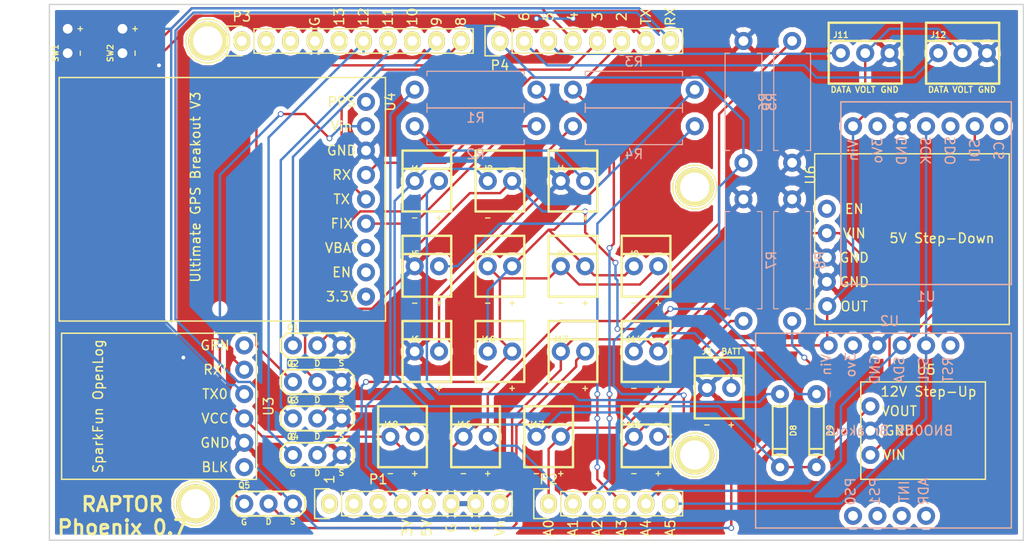
<source format=kicad_pcb>
(kicad_pcb (version 20171130) (host pcbnew "(5.0.2)-1")
  (title_block (title "RAPTOR PCB") (date 2019-01-23) (rev "Phoenix 0.7"))
  (layers (0 F.Cu signal) (31 B.Cu signal) (34 B.Paste user) (35 F.Paste user) (36 B.SilkS user) (37 F.SilkS user) (38 B.Mask user) (39 F.Mask user) (44 Edge.Cuts user))
  (net 0 "")
  (net 1 /IOREF)
  (net 2 /Reset)
  (net 3 +5V)
  (net 4 GND)
  (net 5 "Net-(P5-Pad1)")
  (net 6 "Net-(P6-Pad1)")
  (net 7 "Net-(P7-Pad1)")
  (net 8 "Net-(P8-Pad1)")
  (net 9 "Net-(P1-Pad1)")
  (net 10 +3V3)
  (net 11 +12V)
  (net 12 "Net-(D8-PadA)")
  (net 13 "Net-(D9-PadA)")
  (net 14 "Net-(J4-Pad2)")
  (net 15 "Net-(J5-Pad2)")
  (net 16 "Net-(J6-Pad2)")
  (net 17 "Net-(J10-Pad2)")
  (net 18 "Net-(J10-Pad1)")
  (net 19 /SRVO_L)
  (net 20 /SRVO_R)
  (net 21 +7.5V)
  (net 22 "Net-(J13-Pad2)")
  (net 23 "Net-(J14-Pad1)")
  (net 24 /EEPROM_BTN)
  (net 25 /SOLC_SW)
  (net 26 /SOLP_SW)
  (net 27 /SOLC_DTA)
  (net 28 /GPS_RX)
  (net 29 /HOTWIRE)
  (net 30 /SOLP_DTA)
  (net 31 /BZZ_DTA)
  (net 32 /LEDS_DTA)
  (net 33 "Net-(Q5-Pad2)")
  (net 34 /FIX_LED)
  (net 35 "Net-(U1-Pad2)")
  (net 36 /I2C_SCL)
  (net 37 "Net-(U1-Pad5)")
  (net 38 /I2C_SDA)
  (net 39 "Net-(U1-Pad7)")
  (net 40 "Net-(U2-Pad2)")
  (net 41 "Net-(U2-Pad6)")
  (net 42 "Net-(U3-Pad1)")
  (net 43 /SD_RX)
  (net 44 /SD_TX)
  (net 45 "Net-(U3-Pad6)")
  (net 46 "Net-(U4-Pad1)")
  (net 47 "Net-(U4-Pad2)")
  (net 48 "Net-(U4-Pad3)")
  (net 49 /GPS_TX)
  (net 50 "Net-(U4-Pad9)")
  (net 51 /LEDP_DTA)
  (net 52 /LEDC_DTA)
  (net 53 "/A5(SCL)")
  (net 54 "/A4(SDA)")
  (net 55 /AREF)
  (net 56 "Net-(P3-Pad13(SCK))")
  (net 57 "Net-(P3-Pad10(**/SS))")
  (net 58 "Net-(U6-Pad1)")
  (net 59 "Net-(J18-Pad2)")
  (net 60 "Net-(SW1-Pad1)")
  (net 61 "Net-(SW2-Pad1)")
  (module RAPTOR_footprints:Jumper (layer F.Cu) (at 117.983 76.835 90)
    (fp_text reference SW2 (at 0 -1.905 90) (layer F.SilkS) (effects (font (size 0.6096 0.6096) (thickness 0.127))))
    (fp_text value SW_Push_Open)
    (fp_text user + (at 2.54 0.635 90) (layer F.SilkS) (effects (font (size 0.6096 0.6096) (thickness 0.127))))
    (fp_text user - (at 0 0.635 90) (layer F.SilkS) (effects (font (size 0.6096 0.6096) (thickness 0.127))))
    (pad 2 thru_hole circle (at 2.54 -0.635 90) (size 1.8796 1.8796) (drill 1.016) (layers *.Cu *.Mask) (net 44 /SD_TX))
    (pad 1 thru_hole circle (at 0 -0.635 90) (size 1.8796 1.8796) (drill 1.016) (layers *.Cu *.Mask) (net 61 "Net-(SW2-Pad1)"))
  )
  (module RAPTOR_footprints:Jumper (layer F.Cu) (at 112.268 76.835 90)
    (fp_text reference SW1 (at 0 -1.905 90) (layer F.SilkS) (effects (font (size 0.6096 0.6096) (thickness 0.127))))
    (fp_text value SW_Push_Open)
    (fp_text user + (at 2.54 0.635 90) (layer F.SilkS) (effects (font (size 0.6096 0.6096) (thickness 0.127))))
    (fp_text user - (at 0 0.635 90) (layer F.SilkS) (effects (font (size 0.6096 0.6096) (thickness 0.127))))
    (pad 2 thru_hole circle (at 2.54 -0.635 90) (size 1.8796 1.8796) (drill 1.016) (layers *.Cu *.Mask) (net 43 /SD_RX))
    (pad 1 thru_hole circle (at 0 -0.635 90) (size 1.8796 1.8796) (drill 1.016) (layers *.Cu *.Mask) (net 60 "Net-(SW1-Pad1)"))
  )
  (module RAPTOR_footprints:AdafruitGPS (layer F.Cu) (at 142.748 92.075 90)
    (fp_text reference U4 (at 10.16 2.54 90) (layer F.SilkS))
    (fp_text value AdafruitGPS)
    (fp_text user 3.3V (at -10.16 -2.54 -180) (layer F.SilkS))
    (fp_text user EN (at -7.62 -2.54 -180) (layer F.SilkS))
    (fp_text user VBAT (at -5.08 -2.54 -180) (layer F.SilkS))
    (fp_text user FIX (at -2.54 -2.54 -180) (layer F.SilkS))
    (fp_text user TX (at 0 -2.54 -180) (layer F.SilkS))
    (fp_text user RX (at 2.54 -2.54 -180) (layer F.SilkS))
    (fp_text user GND (at 5.08 -2.54 -180) (layer F.SilkS))
    (fp_text user Vin (at 7.62 -2.54 -180) (layer F.SilkS))
    (fp_text user PPS (at 10.16 -2.54 -180) (layer F.SilkS))
    (fp_text user "Ultimate GPS Breakout V3" (at 1.27 -17.78 90) (layer F.SilkS))
    (pad 1 thru_hole circle (at -10.16 0 90) (size 1.8796 1.8796) (drill 0.8636) (layers *.Cu *.Mask) (net 46 "Net-(U4-Pad1)"))
    (pad 2 thru_hole circle (at -7.62 0 90) (size 1.8796 1.8796) (drill 1.016) (layers *.Cu *.Mask) (net 47 "Net-(U4-Pad2)"))
    (pad 3 thru_hole circle (at -5.08 0 90) (size 1.8796 1.8796) (drill 1.016) (layers *.Cu *.Mask) (net 48 "Net-(U4-Pad3)"))
    (pad 4 thru_hole circle (at -2.54 0 90) (size 1.8796 1.8796) (drill 1.016) (layers *.Cu *.Mask) (net 34 /FIX_LED))
    (pad 5 thru_hole circle (at 0 0 90) (size 1.8796 1.8796) (drill 1.016) (layers *.Cu *.Mask) (net 49 /GPS_TX))
    (pad 6 thru_hole circle (at 2.54 0 90) (size 1.8796 1.8796) (drill 1.016) (layers *.Cu *.Mask) (net 28 /GPS_RX))
    (pad 7 thru_hole circle (at 5.08 0 90) (size 1.8796 1.8796) (drill 1.016) (layers *.Cu *.Mask) (net 4 GND))
    (pad 8 thru_hole circle (at 7.62 0 90) (size 1.8796 1.8796) (drill 1.016) (layers *.Cu *.Mask) (net 3 +5V))
    (pad 9 thru_hole circle (at 10.16 0 90) (size 1.8796 1.8796) (drill 1.016) (layers *.Cu *.Mask) (net 50 "Net-(U4-Pad9)"))
  )
  (module RAPTOR_footprints:Molex-BATT (layer F.Cu) (at 178.308 112.395)
    (fp_text reference J3 (at 0 -4.445) (layer F.SilkS) (effects (font (size 0.6096 0.6096) (thickness 0.127))))
    (fp_text value JST_2MM_MALE)
    (fp_text user BATT (at 2.54 -4.445) (layer F.SilkS) (effects (font (size 0.6096 0.6096) (thickness 0.127))))
    (fp_text user - (at 0 3.175) (layer F.SilkS) (effects (font (size 0.6096 0.6096) (thickness 0.127))))
    (fp_text user + (at 2.54 3.175) (layer F.SilkS) (effects (font (size 0.6096 0.6096) (thickness 0.127))))
    (pad 1 thru_hole circle (at 0 -0.635) (size 1.8796 1.8796) (drill 1.016) (layers *.Cu *.Mask) (net 4 GND))
    (pad 2 thru_hole circle (at 2.54 -0.635) (size 1.8796 1.8796) (drill 1.016) (layers *.Cu *.Mask) (net 23 "Net-(J14-Pad1)"))
  )
  (module RAPTOR_footprints:Molex-2pin (layer F.Cu) (at 163.068 99.695)
    (fp_text reference J8 (at 0 -1.905) (layer F.SilkS) (effects (font (size 0.6096 0.6096) (thickness 0.127))))
    (fp_text value EXT_LED1)
    (fp_text user + (at 2.54 3.175) (layer F.SilkS) (effects (font (size 0.6096 0.6096) (thickness 0.127))))
    (fp_text user - (at 0 3.175) (layer F.SilkS) (effects (font (size 0.6096 0.6096) (thickness 0.127))))
    (pad 2 thru_hole circle (at 2.54 -0.635) (size 1.8796 1.8796) (drill 1.016) (layers *.Cu *.Mask) (net 18 "Net-(J10-Pad1)"))
    (pad 1 thru_hole circle (at 0 -0.635) (size 1.8796 1.8796) (drill 1.016) (layers *.Cu *.Mask) (net 17 "Net-(J10-Pad2)"))
  )
  (module RAPTOR_footprints:MOSFET (layer F.Cu) (at 135.128 118.745)
    (fp_text reference Q4 (at 0 -1.905) (layer F.SilkS) (effects (font (size 0.6096 0.6096) (thickness 0.127))))
    (fp_text value MOSFET-NCH-STQ2NK60ZR-AP hide)
    (fp_text user D (at 2.54 1.8796) (layer F.SilkS) (effects (font (size 0.6096 0.6096) (thickness 0.127))))
    (fp_text user S (at 5.0546 1.8542) (layer F.SilkS) (effects (font (size 0.6096 0.6096) (thickness 0.127))))
    (fp_text user G (at -0.0254 1.9304) (layer F.SilkS) (effects (font (size 0.6096 0.6096) (thickness 0.127))))
    (pad 2 thru_hole circle (at 5.08 0) (size 1.8796 1.8796) (drill 1.016) (layers *.Cu *.Mask) (net 4 GND))
    (pad 3 thru_hole circle (at 2.54 0) (size 1.8796 1.8796) (drill 1.016) (layers *.Cu *.Mask) (net 17 "Net-(J10-Pad2)"))
    (pad 1 thru_hole circle (at 0 0) (size 1.8796 1.8796) (drill 1.016) (layers *.Cu *.Mask) (net 32 /LEDS_DTA))
  )
  (module RAPTOR_footprints:Socket_Strip_Arduino_1x08 (layer F.Cu) (at 138.938 123.825)
    (fp_text reference P1 (at 5.08 -2.54) (layer F.SilkS))
    (fp_text value Power)
    (fp_text user 3V (at 8.128 2.54 90) (layer F.SilkS))
    (fp_text user 5V (at 10.16 2.54 90) (layer F.SilkS))
    (fp_text user G (at 12.7 2.54 90) (layer F.SilkS))
    (fp_text user G (at 15.24 2.54 90) (layer F.SilkS))
    (fp_text user Vn (at 17.78 2.54 90) (layer F.SilkS))
    (pad 1 thru_hole oval (at 0 0) (size 1.7272 2.032) (drill 1.016) (layers *.Cu *.Mask F.SilkS) (net 9 "Net-(P1-Pad1)"))
    (pad 2 thru_hole oval (at 2.54 0) (size 1.7272 2.032) (drill 1.016) (layers *.Cu *.Mask F.SilkS) (net 1 /IOREF))
    (pad 3 thru_hole oval (at 5.08 0) (size 1.7272 2.032) (drill 1.016) (layers *.Cu *.Mask F.SilkS) (net 2 /Reset))
    (pad 4 thru_hole oval (at 7.62 0) (size 1.7272 2.032) (drill 1.016) (layers *.Cu *.Mask F.SilkS) (net 10 +3V3))
    (pad 5 thru_hole oval (at 10.16 0) (size 1.7272 2.032) (drill 1.016) (layers *.Cu *.Mask F.SilkS) (net 3 +5V))
    (pad 6 thru_hole oval (at 12.7 0) (size 1.7272 2.032) (drill 1.016) (layers *.Cu *.Mask F.SilkS) (net 4 GND))
    (pad 7 thru_hole oval (at 15.24 0) (size 1.7272 2.032) (drill 1.016) (layers *.Cu *.Mask F.SilkS) (net 4 GND))
    (pad 8 thru_hole oval (at 17.78 0) (size 1.7272 2.032) (drill 1.016) (layers *.Cu *.Mask F.SilkS) (net 21 +7.5V))
  )
  (module RAPTOR_footprints:OpenLog (layer F.Cu) (at 130.048 114.935 90)
    (fp_text reference U3 (at 1.27 2.54 90) (layer F.SilkS))
    (fp_text value OpenLog)
    (fp_text user GRN (at 7.62 -3.048 180) (layer F.SilkS))
    (fp_text user RXI (at 5.08 -3.048 180) (layer F.SilkS))
    (fp_text user TX0 (at 2.54 -3.048 180) (layer F.SilkS))
    (fp_text user VCC (at 0 -3.048 180) (layer F.SilkS))
    (fp_text user GND (at -2.54 -3.048 180) (layer F.SilkS))
    (fp_text user BLK (at -5.08 -3.048 180) (layer F.SilkS))
    (fp_text user "SparkFun OpenLog" (at 1.27 -15.24 90) (layer F.SilkS))
    (pad 6 thru_hole circle (at -5.08 0 90) (size 1.8796 1.8796) (drill 1.016) (layers *.Cu *.Mask) (net 45 "Net-(U3-Pad6)"))
    (pad 5 thru_hole circle (at -2.54 0 90) (size 1.8796 1.8796) (drill 1.016) (layers *.Cu *.Mask) (net 4 GND))
    (pad 4 thru_hole circle (at 0 0 90) (size 1.8796 1.8796) (drill 1.016) (layers *.Cu *.Mask) (net 3 +5V))
    (pad 3 thru_hole circle (at 2.54 0 90) (size 1.8796 1.8796) (drill 1.016) (layers *.Cu *.Mask) (net 61 "Net-(SW2-Pad1)"))
    (pad 2 thru_hole circle (at 5.08 0 90) (size 1.8796 1.8796) (drill 1.016) (layers *.Cu *.Mask) (net 60 "Net-(SW1-Pad1)"))
    (pad 1 thru_hole circle (at 7.62 0 90) (size 1.8796 1.8796) (drill 1.016) (layers *.Cu *.Mask) (net 42 "Net-(U3-Pad1)"))
  )
  (module RAPTOR_footprints:U3V12F12 (layer F.Cu) (at 197.358 108.585 270)
    (fp_text reference U5 (at 1.27 -3.81) (layer F.SilkS))
    (fp_text value U3V12F12)
    (fp_text user "12V Step-Up" (at 3.556 -4.064) (layer F.SilkS))
    (fp_text user VIN (at 10.16 -0.508) (layer F.SilkS) (effects (font (size 0.9906 0.9906) (thickness 0.15111))))
    (fp_text user GND (at 7.62 -1.016) (layer F.SilkS) (effects (font (size 0.9906 0.9906) (thickness 0.14986))))
    (fp_text user VOUT (at 5.588 -1.016) (layer F.SilkS) (effects (font (size 0.9906 0.9906) (thickness 0.14986))))
    (pad 3 thru_hole circle (at 10.16 2 270) (size 1.8796 1.8796) (drill 1.016) (layers *.Cu *.Mask) (net 21 +7.5V))
    (pad 2 thru_hole circle (at 7.62 2 270) (size 1.8796 1.8796) (drill 1.016) (layers *.Cu *.Mask) (net 4 GND))
    (pad 1 thru_hole circle (at 5.08 2 270) (size 1.8796 1.8796) (drill 1.016) (layers *.Cu *.Mask) (net 11 +12V))
  )
  (module RAPTOR_footprints:BMP280 (layer B.Cu) (at 201.168 84.455)
    (fp_text reference U1 (at 0 17.78) (layer B.SilkS) (effects (justify mirror)))
    (fp_text value "BMP280 Breakout")
    (fp_text user CS (at 7.62 2.54 270) (layer B.SilkS) (effects (justify mirror)))
    (fp_text user SDI (at 5.08 2.54 270) (layer B.SilkS) (effects (justify mirror)))
    (fp_text user SDO (at 2.54 2.54 270) (layer B.SilkS) (effects (justify mirror)))
    (fp_text user SCK (at 0 2.54 270) (layer B.SilkS) (effects (justify mirror)))
    (fp_text user GND (at -2.54 2.54 270) (layer B.SilkS) (effects (justify mirror)))
    (fp_text user 3Vo (at -5.08 2.54 270) (layer B.SilkS) (effects (justify mirror)))
    (fp_text user Vin (at -7.62 2.54 270) (layer B.SilkS) (effects (justify mirror)))
    (pad 7 thru_hole circle (at 7.62 0) (size 1.8796 1.8796) (drill 1.016) (layers *.Cu *.Mask) (net 39 "Net-(U1-Pad7)"))
    (pad 6 thru_hole circle (at 5.08 0) (size 1.8796 1.8796) (drill 1.016) (layers *.Cu *.Mask) (net 38 /I2C_SDA))
    (pad 5 thru_hole circle (at 2.54 0) (size 1.8796 1.8796) (drill 1.016) (layers *.Cu *.Mask) (net 37 "Net-(U1-Pad5)"))
    (pad 4 thru_hole circle (at 0 0) (size 1.8796 1.8796) (drill 1.016) (layers *.Cu *.Mask) (net 36 /I2C_SCL))
    (pad 3 thru_hole circle (at -2.54 0) (size 1.8796 1.8796) (drill 1.016) (layers *.Cu *.Mask) (net 4 GND))
    (pad 2 thru_hole circle (at -5.08 0) (size 1.8796 1.8796) (drill 1.016) (layers *.Cu *.Mask) (net 35 "Net-(U1-Pad2)"))
    (pad 1 thru_hole circle (at -7.62 0) (size 1.8796 1.8796) (drill 1.016) (layers *.Cu *.Mask) (net 3 +5V))
  )
  (module RAPTOR_footprints:D24v50f5_Reg (layer F.Cu) (at 191.643 89.535 270)
    (fp_text reference U6 (at 0 2.54 270) (layer F.SilkS))
    (fp_text value D24V550F5)
    (fp_text user OUT (at 13.716 -2.032) (layer F.SilkS))
    (fp_text user GND (at 11.176 -2.032) (layer F.SilkS))
    (fp_text user GND (at 8.636 -2.032) (layer F.SilkS))
    (fp_text user VIN (at 6.096 -2.032) (layer F.SilkS))
    (fp_text user EN (at 3.556 -2.032) (layer F.SilkS))
    (fp_text user "5V Step-Down" (at 6.604 -11.176) (layer F.SilkS))
    (pad 5 thru_hole circle (at 13.69 0.79 270) (size 1.8796 1.8796) (drill 1.016) (layers *.Cu *.Mask) (net 3 +5V))
    (pad 4 thru_hole circle (at 11.15 0.83 270) (size 1.8796 1.8796) (drill 1.016) (layers *.Cu *.Mask) (net 4 GND))
    (pad 3 thru_hole circle (at 8.61 0.83 270) (size 1.8796 1.8796) (drill 1.016) (layers *.Cu *.Mask) (net 4 GND))
    (pad 2 thru_hole circle (at 6.07 0.83 270) (size 1.8796 1.8796) (drill 1.016) (layers *.Cu *.Mask) (net 21 +7.5V))
    (pad 1 thru_hole circle (at 3.53 0.83 270) (size 1.8796 1.8796) (drill 1.016) (layers *.Cu *.Mask) (net 58 "Net-(U6-Pad1)"))
  )
  (module RAPTOR_footprints:BNO055 (layer B.Cu) (at 197.358 107.315)
    (fp_text reference U2 (at 0 -2.54) (layer B.SilkS) (effects (justify mirror)))
    (fp_text value "BNO055 Breakout" (at 0 8.89) (layer B.SilkS) (effects (justify mirror)))
    (fp_text user ADR (at 3.556 15.24 -90) (layer B.SilkS) (effects (justify mirror)))
    (fp_text user INT (at 1.524 15.24 -90) (layer B.SilkS) (effects (justify mirror)))
    (fp_text user PS1 (at -1.524 15.24 -90) (layer B.SilkS) (effects (justify mirror)))
    (fp_text user PS0 (at -4.064 15.24 -90) (layer B.SilkS) (effects (justify mirror)))
    (fp_text user RST (at 6.096 2.54 -90) (layer B.SilkS) (effects (justify mirror)))
    (fp_text user SCL (at 3.556 2.54 -90) (layer B.SilkS) (effects (justify mirror)))
    (fp_text user SDA (at 1.016 2.54 -90) (layer B.SilkS) (effects (justify mirror)))
    (fp_text user GND (at -1.524 2.54 -90) (layer B.SilkS) (effects (justify mirror)))
    (fp_text user 3vo (at -4.064 2.032 -90) (layer B.SilkS) (effects (justify mirror)))
    (fp_text user Vin (at -6.604 2.032 -90) (layer B.SilkS) (effects (justify mirror)))
    (pad 10 thru_hole circle (at 3.81 17.78) (size 1.8796 1.8796) (drill 1.016) (layers *.Cu *.Mask))
    (pad 9 thru_hole circle (at 1.27 17.78) (size 1.8796 1.8796) (drill 1.016) (layers *.Cu *.Mask))
    (pad 8 thru_hole circle (at -1.27 17.78) (size 1.8796 1.8796) (drill 1.016) (layers *.Cu *.Mask))
    (pad 7 thru_hole circle (at -3.81 17.78) (size 1.8796 1.8796) (drill 1.016) (layers *.Cu *.Mask))
    (pad 6 thru_hole circle (at 6.35 0) (size 1.8796 1.8796) (drill 1.016) (layers *.Cu *.Mask) (net 41 "Net-(U2-Pad6)"))
    (pad 5 thru_hole circle (at 3.81 0) (size 1.8796 1.8796) (drill 1.016) (layers *.Cu *.Mask) (net 36 /I2C_SCL))
    (pad 4 thru_hole circle (at 1.27 0) (size 1.8796 1.8796) (drill 1.016) (layers *.Cu *.Mask) (net 38 /I2C_SDA))
    (pad 1 thru_hole circle (at -6.35 0) (size 1.8796 1.8796) (drill 1.016) (layers *.Cu *.Mask) (net 3 +5V))
    (pad 2 thru_hole circle (at -3.81 0) (size 1.8796 1.8796) (drill 1.016) (layers *.Cu *.Mask) (net 40 "Net-(U2-Pad2)"))
    (pad 3 thru_hole circle (at -1.27 0) (size 1.8796 1.8796) (drill 1.016) (layers *.Cu *.Mask) (net 4 GND))
  )
  (module RAPTOR_footprints:Arduino_Analog_06 (layer F.Cu) (at 161.798 123.825)
    (fp_text reference P2 (at 0 -2.54) (layer F.SilkS))
    (fp_text value Analog)
    (fp_text user A5 (at 12.7 2.54 90) (layer F.SilkS))
    (fp_text user A4 (at 10.16 2.54 90) (layer F.SilkS))
    (fp_text user A3 (at 7.62 2.54 90) (layer F.SilkS))
    (fp_text user A2 (at 5.08 2.54 90) (layer F.SilkS))
    (fp_text user A1 (at 2.54 2.54 90) (layer F.SilkS))
    (fp_text user A0 (at 0 2.54 90) (layer F.SilkS))
    (pad "A5(SCL)" thru_hole oval (at 12.7 0) (size 1.7272 2.032) (drill 1.016) (layers *.Cu *.Mask F.SilkS) (net 36 /I2C_SCL))
    (pad "A4(SDA)" thru_hole oval (at 10.16 0) (size 1.7272 2.032) (drill 1.016) (layers *.Cu *.Mask F.SilkS) (net 38 /I2C_SDA))
    (pad A3 thru_hole oval (at 7.62 0) (size 1.7272 2.032) (drill 1.016) (layers *.Cu *.Mask F.SilkS) (net 52 /LEDC_DTA))
    (pad A2 thru_hole oval (at 5.08 0) (size 1.7272 2.032) (drill 1.016) (layers *.Cu *.Mask F.SilkS) (net 51 /LEDP_DTA))
    (pad A1 thru_hole oval (at 2.54 0) (size 1.7272 2.032) (drill 1.016) (layers *.Cu *.Mask F.SilkS) (net 25 /SOLC_SW))
    (pad A0 thru_hole oval (at 0 0) (size 1.7272 2.032) (drill 1.016) (layers *.Cu *.Mask F.SilkS) (net 26 /SOLP_SW))
  )
  (module RAPTOR_footprints:Arduino_x08_Digital (layer F.Cu) (at 156.718 75.565)
    (fp_text reference P4 (at 0 2.54) (layer F.SilkS))
    (fp_text value Digital)
    (fp_text user RX (at 17.78 -2.54 90) (layer F.SilkS))
    (fp_text user TX (at 15.24 -2.54 90) (layer F.SilkS))
    (fp_text user 2 (at 12.7 -2.54 90) (layer F.SilkS))
    (fp_text user 3 (at 10.16 -2.54 90) (layer F.SilkS))
    (fp_text user 4 (at 7.62 -2.54 90) (layer F.SilkS))
    (fp_text user 5 (at 5.08 -2.54 90) (layer F.SilkS))
    (fp_text user 6 (at 2.54 -2.54 90) (layer F.SilkS))
    (fp_text user 7 (at 0 -2.54 90) (layer F.SilkS))
    (pad 7 thru_hole oval (at 0 0) (size 1.7272 2.032) (drill 1.016) (layers *.Cu *.Mask F.SilkS) (net 24 /EEPROM_BTN))
    (pad "6(**)" thru_hole oval (at 2.54 0) (size 1.7272 2.032) (drill 1.016) (layers *.Cu *.Mask F.SilkS) (net 20 /SRVO_R))
    (pad "5(**)" thru_hole oval (at 5.08 0) (size 1.7272 2.032) (drill 1.016) (layers *.Cu *.Mask F.SilkS) (net 19 /SRVO_L))
    (pad 4 thru_hole oval (at 7.62 0) (size 1.7272 2.032) (drill 1.016) (layers *.Cu *.Mask F.SilkS) (net 29 /HOTWIRE))
    (pad "3(**)" thru_hole oval (at 10.16 0) (size 1.7272 2.032) (drill 1.016) (layers *.Cu *.Mask F.SilkS) (net 49 /GPS_TX))
    (pad 2 thru_hole oval (at 12.7 0) (size 1.7272 2.032) (drill 1.016) (layers *.Cu *.Mask F.SilkS) (net 28 /GPS_RX))
    (pad "1(Tx)" thru_hole oval (at 15.24 0) (size 1.7272 2.032) (drill 1.016) (layers *.Cu *.Mask F.SilkS) (net 43 /SD_RX))
    (pad "0(Rx)" thru_hole oval (at 17.78 0) (size 1.7272 2.032) (drill 1.016) (layers *.Cu *.Mask F.SilkS) (net 44 /SD_TX))
  )
  (module RAPTOR_footprints:Arduino_x10_Digital (layer F.Cu) (at 129.794 75.565)
    (fp_text reference P3 (at 0 -2.54) (layer F.SilkS))
    (fp_text value Digital)
    (fp_text user 8 (at 22.86 -2.032 90) (layer F.SilkS))
    (fp_text user 9 (at 20.32 -2.032 90) (layer F.SilkS))
    (fp_text user 10 (at 17.78 -2.54 90) (layer F.SilkS))
    (fp_text user 11 (at 15.24 -2.54 90) (layer F.SilkS))
    (fp_text user 12 (at 12.7 -2.54 90) (layer F.SilkS))
    (fp_text user 13 (at 10.16 -2.54 90) (layer F.SilkS))
    (fp_text user G (at 7.62 -2.032 90) (layer F.SilkS))
    (pad "A5(SCL)" thru_hole oval (at 0 0) (size 1.7272 2.032) (drill 1.016) (layers *.Cu *.Mask F.SilkS) (net 53 "/A5(SCL)"))
    (pad "A4(SDA)" thru_hole oval (at 2.54 0) (size 1.7272 2.032) (drill 1.016) (layers *.Cu *.Mask F.SilkS) (net 54 "/A4(SDA)"))
    (pad AREF thru_hole oval (at 5.08 0) (size 1.7272 2.032) (drill 1.016) (layers *.Cu *.Mask F.SilkS) (net 55 /AREF))
    (pad GND thru_hole oval (at 7.62 0) (size 1.7272 2.032) (drill 1.016) (layers *.Cu *.Mask F.SilkS) (net 4 GND))
    (pad "13(SCK)" thru_hole oval (at 10.16 0) (size 1.7272 2.032) (drill 1.016) (layers *.Cu *.Mask F.SilkS) (net 56 "Net-(P3-Pad13(SCK))"))
    (pad "12(MISO)" thru_hole oval (at 12.7 0) (size 1.7272 2.032) (drill 1.016) (layers *.Cu *.Mask F.SilkS) (net 32 /LEDS_DTA))
    (pad "11(**/MOSI)" thru_hole oval (at 15.24 0) (size 1.7272 2.032) (drill 1.016) (layers *.Cu *.Mask F.SilkS) (net 31 /BZZ_DTA))
    (pad "10(**/SS)" thru_hole oval (at 17.78 0) (size 1.7272 2.032) (drill 1.016) (layers *.Cu *.Mask F.SilkS) (net 57 "Net-(P3-Pad10(**/SS))"))
    (pad "9(**)" thru_hole oval (at 20.32 0) (size 1.7272 2.032) (drill 1.016) (layers *.Cu *.Mask F.SilkS) (net 30 /SOLP_DTA))
    (pad 8 thru_hole oval (at 22.86 0) (size 1.7272 2.032) (drill 1.016) (layers *.Cu *.Mask F.SilkS) (net 27 /SOLC_DTA))
  )
  (module Silicon-Custom:DIODE-1N4148 (layer F.Cu) (at 185.928 116.205 270)
    (fp_text reference D8 (at 0 -1.397 270) (layer F.SilkS) (effects (font (size 0.6096 0.6096) (thickness 0.127))))
    (fp_text value DIODE-1N4148 hide)
    (pad C thru_hole circle (at 3.81 0 270) (size 1.8796 1.8796) (drill 0.89916) (layers *.Cu *.Mask) (net 11 +12V))
    (pad A thru_hole circle (at -3.81 0 270) (size 1.8796 1.8796) (drill 0.89916) (layers *.Cu *.Mask) (net 12 "Net-(D8-PadA)"))
  )
  (module Silicon-Custom:DIODE-1N4148 (layer F.Cu) (at 189.738 116.205 270)
    (fp_text reference D9 (at 0 -1.397 270) (layer F.SilkS) (effects (font (size 0.6096 0.6096) (thickness 0.127))))
    (fp_text value DIODE-1N4148 hide)
    (pad C thru_hole circle (at 3.81 0 270) (size 1.8796 1.8796) (drill 0.89916) (layers *.Cu *.Mask) (net 11 +12V))
    (pad A thru_hole circle (at -3.81 0 270) (size 1.8796 1.8796) (drill 0.89916) (layers *.Cu *.Mask) (net 13 "Net-(D9-PadA)"))
  )
  (module RAPTOR_footprints:MOSFET (layer F.Cu) (at 135.128 107.315)
    (fp_text reference Q1 (at 0 -1.905) (layer F.SilkS) (effects (font (size 0.6096 0.6096) (thickness 0.127))))
    (fp_text value MOSFET-NCH-STQ2NK60ZR-AP)
    (fp_text user D (at 2.54 1.8796) (layer F.SilkS) (effects (font (size 0.6096 0.6096) (thickness 0.127))))
    (fp_text user S (at 5.0546 1.8542) (layer F.SilkS) (effects (font (size 0.6096 0.6096) (thickness 0.127))))
    (fp_text user G (at -0.0254 1.9304) (layer F.SilkS) (effects (font (size 0.6096 0.6096) (thickness 0.127))))
    (pad 2 thru_hole circle (at 5.08 0) (size 1.8796 1.8796) (drill 1.016) (layers *.Cu *.Mask) (net 4 GND))
    (pad 3 thru_hole circle (at 2.54 0) (size 1.8796 1.8796) (drill 1.016) (layers *.Cu *.Mask) (net 13 "Net-(D9-PadA)"))
    (pad 1 thru_hole circle (at 0 0) (size 1.8796 1.8796) (drill 1.016) (layers *.Cu *.Mask) (net 30 /SOLP_DTA))
  )
  (module RAPTOR_footprints:MOSFET (layer F.Cu) (at 135.128 111.125)
    (fp_text reference Q2 (at 0 -1.905) (layer F.SilkS) (effects (font (size 0.6096 0.6096) (thickness 0.127))))
    (fp_text value MOSFET-NCH-STQ2NK60ZR-AP)
    (fp_text user D (at 2.54 1.8796) (layer F.SilkS) (effects (font (size 0.6096 0.6096) (thickness 0.127))))
    (fp_text user S (at 5.0546 1.8542) (layer F.SilkS) (effects (font (size 0.6096 0.6096) (thickness 0.127))))
    (fp_text user G (at -0.0254 1.9304) (layer F.SilkS) (effects (font (size 0.6096 0.6096) (thickness 0.127))))
    (pad 2 thru_hole circle (at 5.08 0) (size 1.8796 1.8796) (drill 1.016) (layers *.Cu *.Mask) (net 4 GND))
    (pad 3 thru_hole circle (at 2.54 0) (size 1.8796 1.8796) (drill 1.016) (layers *.Cu *.Mask) (net 12 "Net-(D8-PadA)"))
    (pad 1 thru_hole circle (at 0 0) (size 1.8796 1.8796) (drill 1.016) (layers *.Cu *.Mask) (net 27 /SOLC_DTA))
  )
  (module RAPTOR_footprints:MOSFET (layer F.Cu) (at 135.128 114.935)
    (fp_text reference Q3 (at 0 -1.905) (layer F.SilkS) (effects (font (size 0.6096 0.6096) (thickness 0.127))))
    (fp_text value MOSFET-NCH-STQ2NK60ZR-AP)
    (fp_text user D (at 2.54 1.8796) (layer F.SilkS) (effects (font (size 0.6096 0.6096) (thickness 0.127))))
    (fp_text user S (at 5.0546 1.8542) (layer F.SilkS) (effects (font (size 0.6096 0.6096) (thickness 0.127))))
    (fp_text user G (at -0.0254 1.9304) (layer F.SilkS) (effects (font (size 0.6096 0.6096) (thickness 0.127))))
    (pad 2 thru_hole circle (at 5.08 0) (size 1.8796 1.8796) (drill 1.016) (layers *.Cu *.Mask) (net 4 GND))
    (pad 3 thru_hole circle (at 2.54 0) (size 1.8796 1.8796) (drill 1.016) (layers *.Cu *.Mask) (net 59 "Net-(J18-Pad2)"))
    (pad 1 thru_hole circle (at 0 0) (size 1.8796 1.8796) (drill 1.016) (layers *.Cu *.Mask) (net 31 /BZZ_DTA))
  )
  (module RAPTOR_footprints:MOSFET (layer F.Cu) (at 130.048 123.825)
    (fp_text reference Q5 (at 0 -1.905) (layer F.SilkS) (effects (font (size 0.6096 0.6096) (thickness 0.127))))
    (fp_text value MOSFET-NCH-STQ2NK60ZR-AP)
    (fp_text user D (at 2.54 1.8796) (layer F.SilkS) (effects (font (size 0.6096 0.6096) (thickness 0.127))))
    (fp_text user S (at 5.0546 1.8542) (layer F.SilkS) (effects (font (size 0.6096 0.6096) (thickness 0.127))))
    (fp_text user G (at -0.0254 1.9304) (layer F.SilkS) (effects (font (size 0.6096 0.6096) (thickness 0.127))))
    (pad 2 thru_hole circle (at 5.08 0) (size 1.8796 1.8796) (drill 1.016) (layers *.Cu *.Mask) (net 33 "Net-(Q5-Pad2)"))
    (pad 3 thru_hole circle (at 2.54 0) (size 1.8796 1.8796) (drill 1.016) (layers *.Cu *.Mask) (net 22 "Net-(J13-Pad2)"))
    (pad 1 thru_hole circle (at 0 0) (size 1.8796 1.8796) (drill 1.016) (layers *.Cu *.Mask) (net 29 /HOTWIRE))
  )
  (module RAPTOR_footprints:Molex-2pin (layer F.Cu) (at 147.828 90.805)
    (fp_text reference J1 (at 0 -1.905) (layer F.SilkS) (effects (font (size 0.6096 0.6096) (thickness 0.127))))
    (fp_text value SOLC_CONN)
    (fp_text user + (at 2.54 3.175) (layer F.SilkS) (effects (font (size 0.6096 0.6096) (thickness 0.127))))
    (fp_text user - (at 0 3.175) (layer F.SilkS) (effects (font (size 0.6096 0.6096) (thickness 0.127))))
    (pad 2 thru_hole circle (at 2.54 -0.635) (size 1.8796 1.8796) (drill 1.016) (layers *.Cu *.Mask) (net 12 "Net-(D8-PadA)"))
    (pad 1 thru_hole circle (at 0 -0.635) (size 1.8796 1.8796) (drill 1.016) (layers *.Cu *.Mask) (net 11 +12V))
  )
  (module RAPTOR_footprints:Molex-2pin (layer F.Cu) (at 155.448 90.805)
    (fp_text reference J2 (at 0 -1.905) (layer F.SilkS) (effects (font (size 0.6096 0.6096) (thickness 0.127))))
    (fp_text value SOLP_CONN)
    (fp_text user + (at 2.54 3.175) (layer F.SilkS) (effects (font (size 0.6096 0.6096) (thickness 0.127))))
    (fp_text user - (at 0 3.175) (layer F.SilkS) (effects (font (size 0.6096 0.6096) (thickness 0.127))))
    (pad 2 thru_hole circle (at 2.54 -0.635) (size 1.8796 1.8796) (drill 1.016) (layers *.Cu *.Mask) (net 13 "Net-(D9-PadA)"))
    (pad 1 thru_hole circle (at 0 -0.635) (size 1.8796 1.8796) (drill 1.016) (layers *.Cu *.Mask) (net 11 +12V))
  )
  (module RAPTOR_footprints:Molex-2pin (layer F.Cu) (at 163.068 90.805)
    (fp_text reference J4 (at 0 -1.905) (layer F.SilkS) (effects (font (size 0.6096 0.6096) (thickness 0.127))))
    (fp_text value CONN_LED_FIX)
    (fp_text user + (at 2.54 3.175) (layer F.SilkS) (effects (font (size 0.6096 0.6096) (thickness 0.127))))
    (fp_text user - (at 0 3.175) (layer F.SilkS) (effects (font (size 0.6096 0.6096) (thickness 0.127))))
    (pad 2 thru_hole circle (at 2.54 -0.635) (size 1.8796 1.8796) (drill 1.016) (layers *.Cu *.Mask) (net 14 "Net-(J4-Pad2)"))
    (pad 1 thru_hole circle (at 0 -0.635) (size 1.8796 1.8796) (drill 1.016) (layers *.Cu *.Mask) (net 4 GND))
  )
  (module RAPTOR_footprints:Molex-2pin (layer F.Cu) (at 147.828 99.695)
    (fp_text reference J5 (at 0 -1.905) (layer F.SilkS) (effects (font (size 0.6096 0.6096) (thickness 0.127))))
    (fp_text value CONN_SOLP_LED)
    (fp_text user + (at 2.54 3.175) (layer F.SilkS) (effects (font (size 0.6096 0.6096) (thickness 0.127))))
    (fp_text user - (at 0 3.175) (layer F.SilkS) (effects (font (size 0.6096 0.6096) (thickness 0.127))))
    (pad 2 thru_hole circle (at 2.54 -0.635) (size 1.8796 1.8796) (drill 1.016) (layers *.Cu *.Mask) (net 15 "Net-(J5-Pad2)"))
    (pad 1 thru_hole circle (at 0 -0.635) (size 1.8796 1.8796) (drill 1.016) (layers *.Cu *.Mask) (net 4 GND))
  )
  (module RAPTOR_footprints:Molex-2pin (layer F.Cu) (at 147.828 108.585)
    (fp_text reference J6 (at 0 -1.905) (layer F.SilkS) (effects (font (size 0.6096 0.6096) (thickness 0.127))))
    (fp_text value CONN_SOLC_LED)
    (fp_text user + (at 2.54 3.175) (layer F.SilkS) (effects (font (size 0.6096 0.6096) (thickness 0.127))))
    (fp_text user - (at 0 3.175) (layer F.SilkS) (effects (font (size 0.6096 0.6096) (thickness 0.127))))
    (pad 2 thru_hole circle (at 2.54 -0.635) (size 1.8796 1.8796) (drill 1.016) (layers *.Cu *.Mask) (net 16 "Net-(J6-Pad2)"))
    (pad 1 thru_hole circle (at 0 -0.635) (size 1.8796 1.8796) (drill 1.016) (layers *.Cu *.Mask) (net 4 GND))
  )
  (module RAPTOR_footprints:Molex-2pin (layer F.Cu) (at 155.448 99.695)
    (fp_text reference J7 (at 0 -1.905) (layer F.SilkS) (effects (font (size 0.6096 0.6096) (thickness 0.127))))
    (fp_text value EXT_LED0)
    (fp_text user + (at 2.54 3.175) (layer F.SilkS) (effects (font (size 0.6096 0.6096) (thickness 0.127))))
    (fp_text user - (at 0 3.175) (layer F.SilkS) (effects (font (size 0.6096 0.6096) (thickness 0.127))))
    (pad 2 thru_hole circle (at 2.54 -0.635) (size 1.8796 1.8796) (drill 1.016) (layers *.Cu *.Mask) (net 18 "Net-(J10-Pad1)"))
    (pad 1 thru_hole circle (at 0 -0.635) (size 1.8796 1.8796) (drill 1.016) (layers *.Cu *.Mask) (net 17 "Net-(J10-Pad2)"))
  )
  (module RAPTOR_footprints:Molex-2pin (layer F.Cu) (at 170.688 99.695)
    (fp_text reference J9 (at 0 -1.905) (layer F.SilkS) (effects (font (size 0.6096 0.6096) (thickness 0.127))))
    (fp_text value EXT_LED2)
    (fp_text user + (at 2.54 3.175) (layer F.SilkS) (effects (font (size 0.6096 0.6096) (thickness 0.127))))
    (fp_text user - (at 0 3.175) (layer F.SilkS) (effects (font (size 0.6096 0.6096) (thickness 0.127))))
    (pad 2 thru_hole circle (at 2.54 -0.635) (size 1.8796 1.8796) (drill 1.016) (layers *.Cu *.Mask) (net 17 "Net-(J10-Pad2)"))
    (pad 1 thru_hole circle (at 0 -0.635) (size 1.8796 1.8796) (drill 1.016) (layers *.Cu *.Mask) (net 18 "Net-(J10-Pad1)"))
  )
  (module RAPTOR_footprints:Molex-2pin (layer F.Cu) (at 155.448 108.585)
    (fp_text reference J10 (at 0 -1.905) (layer F.SilkS) (effects (font (size 0.6096 0.6096) (thickness 0.127))))
    (fp_text value EXT_LED3)
    (fp_text user + (at 2.54 3.175) (layer F.SilkS) (effects (font (size 0.6096 0.6096) (thickness 0.127))))
    (fp_text user - (at 0 3.175) (layer F.SilkS) (effects (font (size 0.6096 0.6096) (thickness 0.127))))
    (pad 2 thru_hole circle (at 2.54 -0.635) (size 1.8796 1.8796) (drill 1.016) (layers *.Cu *.Mask) (net 17 "Net-(J10-Pad2)"))
    (pad 1 thru_hole circle (at 0 -0.635) (size 1.8796 1.8796) (drill 1.016) (layers *.Cu *.Mask) (net 18 "Net-(J10-Pad1)"))
  )
  (module RAPTOR_footprints:Molex-MOTOR (layer F.Cu) (at 192.278 76.835)
    (fp_text reference J11 (at 0 -1.905) (layer F.SilkS) (effects (font (size 0.6096 0.6096) (thickness 0.127))))
    (fp_text value SRVOL_CONN)
    (fp_text user GND (at 5.08 3.81) (layer F.SilkS) (effects (font (size 0.6096 0.6096) (thickness 0.127))))
    (fp_text user VOLT (at 2.54 3.81) (layer F.SilkS) (effects (font (size 0.6096 0.6096) (thickness 0.127))))
    (fp_text user DATA (at 0 3.81) (layer F.SilkS) (effects (font (size 0.6096 0.6096) (thickness 0.127))))
    (pad 3 thru_hole circle (at 5.08 0) (size 1.8796 1.8796) (drill 1.016) (layers *.Cu *.Mask) (net 4 GND))
    (pad 2 thru_hole circle (at 2.54 0) (size 1.8796 1.8796) (drill 1.016) (layers *.Cu *.Mask) (net 3 +5V))
    (pad 1 thru_hole circle (at 0 0) (size 1.8796 1.8796) (drill 1.016) (layers *.Cu *.Mask) (net 19 /SRVO_L))
  )
  (module RAPTOR_footprints:Molex-MOTOR (layer F.Cu) (at 202.438 76.835)
    (fp_text reference J12 (at 0 -1.905) (layer F.SilkS) (effects (font (size 0.6096 0.6096) (thickness 0.127))))
    (fp_text value SRVOR_CONN)
    (fp_text user GND (at 5.08 3.81) (layer F.SilkS) (effects (font (size 0.6096 0.6096) (thickness 0.127))))
    (fp_text user VOLT (at 2.54 3.81) (layer F.SilkS) (effects (font (size 0.6096 0.6096) (thickness 0.127))))
    (fp_text user DATA (at 0 3.81) (layer F.SilkS) (effects (font (size 0.6096 0.6096) (thickness 0.127))))
    (pad 3 thru_hole circle (at 5.08 0) (size 1.8796 1.8796) (drill 1.016) (layers *.Cu *.Mask) (net 4 GND))
    (pad 2 thru_hole circle (at 2.54 0) (size 1.8796 1.8796) (drill 1.016) (layers *.Cu *.Mask) (net 3 +5V))
    (pad 1 thru_hole circle (at 0 0) (size 1.8796 1.8796) (drill 1.016) (layers *.Cu *.Mask) (net 20 /SRVO_R))
  )
  (module RAPTOR_footprints:Molex-2pin (layer F.Cu) (at 163.068 108.585)
    (fp_text reference J13 (at 0 -1.905) (layer F.SilkS) (effects (font (size 0.6096 0.6096) (thickness 0.127))))
    (fp_text value HOTWIRE_CONN)
    (fp_text user + (at 2.54 3.175) (layer F.SilkS) (effects (font (size 0.6096 0.6096) (thickness 0.127))))
    (fp_text user - (at 0 3.175) (layer F.SilkS) (effects (font (size 0.6096 0.6096) (thickness 0.127))))
    (pad 2 thru_hole circle (at 2.54 -0.635) (size 1.8796 1.8796) (drill 1.016) (layers *.Cu *.Mask) (net 22 "Net-(J13-Pad2)"))
    (pad 1 thru_hole circle (at 0 -0.635) (size 1.8796 1.8796) (drill 1.016) (layers *.Cu *.Mask) (net 21 +7.5V))
  )
  (module RAPTOR_footprints:Molex-2pin (layer F.Cu) (at 170.688 108.585)
    (fp_text reference J14 (at 0 -1.905) (layer F.SilkS) (effects (font (size 0.6096 0.6096) (thickness 0.127))))
    (fp_text value RBF_CONN)
    (fp_text user + (at 2.54 3.175) (layer F.SilkS) (effects (font (size 0.6096 0.6096) (thickness 0.127))))
    (fp_text user - (at 0 3.175) (layer F.SilkS) (effects (font (size 0.6096 0.6096) (thickness 0.127))))
    (pad 2 thru_hole circle (at 2.54 -0.635) (size 1.8796 1.8796) (drill 1.016) (layers *.Cu *.Mask) (net 21 +7.5V))
    (pad 1 thru_hole circle (at 0 -0.635) (size 1.8796 1.8796) (drill 1.016) (layers *.Cu *.Mask) (net 23 "Net-(J14-Pad1)"))
  )
  (module RAPTOR_footprints:Molex-2pin (layer F.Cu) (at 170.688 117.475)
    (fp_text reference J15 (at 0 -1.905) (layer F.SilkS) (effects (font (size 0.6096 0.6096) (thickness 0.127))))
    (fp_text value EEPROM_BTN_CONN)
    (fp_text user + (at 2.54 3.175) (layer F.SilkS) (effects (font (size 0.6096 0.6096) (thickness 0.127))))
    (fp_text user - (at 0 3.175) (layer F.SilkS) (effects (font (size 0.6096 0.6096) (thickness 0.127))))
    (pad 2 thru_hole circle (at 2.54 -0.635) (size 1.8796 1.8796) (drill 1.016) (layers *.Cu *.Mask) (net 24 /EEPROM_BTN))
    (pad 1 thru_hole circle (at 0 -0.635) (size 1.8796 1.8796) (drill 1.016) (layers *.Cu *.Mask) (net 3 +5V))
  )
  (module RAPTOR_footprints:Molex-2pin (layer F.Cu) (at 152.908 117.475)
    (fp_text reference J16 (at 0 -1.905) (layer F.SilkS) (effects (font (size 0.6096 0.6096) (thickness 0.127))))
    (fp_text value SOLC_SW_CONN)
    (fp_text user + (at 2.54 3.175) (layer F.SilkS) (effects (font (size 0.6096 0.6096) (thickness 0.127))))
    (fp_text user - (at 0 3.175) (layer F.SilkS) (effects (font (size 0.6096 0.6096) (thickness 0.127))))
    (pad 2 thru_hole circle (at 2.54 -0.635) (size 1.8796 1.8796) (drill 1.016) (layers *.Cu *.Mask) (net 25 /SOLC_SW))
    (pad 1 thru_hole circle (at 0 -0.635) (size 1.8796 1.8796) (drill 1.016) (layers *.Cu *.Mask) (net 3 +5V))
  )
  (module RAPTOR_footprints:Molex-2pin (layer F.Cu) (at 160.528 117.475)
    (fp_text reference J17 (at 0 -1.905) (layer F.SilkS) (effects (font (size 0.6096 0.6096) (thickness 0.127))))
    (fp_text value SOLP_SW_CONN)
    (fp_text user + (at 2.54 3.175) (layer F.SilkS) (effects (font (size 0.6096 0.6096) (thickness 0.127))))
    (fp_text user - (at 0 3.175) (layer F.SilkS) (effects (font (size 0.6096 0.6096) (thickness 0.127))))
    (pad 2 thru_hole circle (at 2.54 -0.635) (size 1.8796 1.8796) (drill 1.016) (layers *.Cu *.Mask) (net 26 /SOLP_SW))
    (pad 1 thru_hole circle (at 0 -0.635) (size 1.8796 1.8796) (drill 1.016) (layers *.Cu *.Mask) (net 3 +5V))
  )
  (module RAPTOR_footprints:Molex-2pin (layer F.Cu) (at 145.288 117.475)
    (fp_text reference J18 (at 0 -1.905) (layer F.SilkS) (effects (font (size 0.6096 0.6096) (thickness 0.127))))
    (fp_text value CONN_BUZZER)
    (fp_text user + (at 2.54 3.175) (layer F.SilkS) (effects (font (size 0.6096 0.6096) (thickness 0.127))))
    (fp_text user - (at 0 3.175) (layer F.SilkS) (effects (font (size 0.6096 0.6096) (thickness 0.127))))
    (pad 2 thru_hole circle (at 2.54 -0.635) (size 1.8796 1.8796) (drill 1.016) (layers *.Cu *.Mask) (net 59 "Net-(J18-Pad2)"))
    (pad 1 thru_hole circle (at 0 -0.635) (size 1.8796 1.8796) (drill 1.016) (layers *.Cu *.Mask) (net 3 +5V))
  )
  (module Socket_Arduino_Uno:Arduino_1pin (layer F.Cu) (at 124.968 123.825)
    (fp_text reference P5 hide)
    (fp_text value CONN_01X01 hide)
    (pad 1 thru_hole circle (at 0 0) (size 4.064 4.064) (drill 3.048) (layers *.Cu *.Mask F.SilkS) (net 5 "Net-(P5-Pad1)"))
  )
  (module Socket_Arduino_Uno:Arduino_1pin (layer F.Cu) (at 177.038 118.745)
    (fp_text reference P6 hide)
    (fp_text value CONN_01X01 hide)
    (pad 1 thru_hole circle (at 0 0) (size 4.064 4.064) (drill 3.048) (layers *.Cu *.Mask F.SilkS) (net 6 "Net-(P6-Pad1)"))
  )
  (module Socket_Arduino_Uno:Arduino_1pin (layer F.Cu) (at 126.238 75.565)
    (fp_text reference P7 hide)
    (fp_text value CONN_01X01 hide)
    (pad 1 thru_hole circle (at 0 0) (size 4.064 4.064) (drill 3.048) (layers *.Cu *.Mask F.SilkS) (net 7 "Net-(P7-Pad1)"))
  )
  (module Socket_Arduino_Uno:Arduino_1pin (layer F.Cu) (at 177.038 90.805)
    (fp_text reference P8 hide)
    (fp_text value CONN_01X01 hide)
    (pad 1 thru_hole circle (at 0 0) (size 4.064 4.064) (drill 3.048) (layers *.Cu *.Mask F.SilkS) (net 8 "Net-(P8-Pad1)"))
  )
  (module RAPTOR_footprints:Resistor (layer B.Cu) (at 147.828 80.645)
    (fp_text reference R1 (at 6.35 2.92) (layer B.SilkS) (effects (justify mirror)))
    (fp_text value 20OHM-0603-1_10W-1%)
    (pad 2 thru_hole circle (at 12.7 0) (size 1.8796 1.8796) (drill 1.016) (layers *.Cu *.Mask) (net 18 "Net-(J10-Pad1)"))
    (pad 1 thru_hole circle (at 0 0) (size 1.8796 1.8796) (drill 1.016) (layers *.Cu *.Mask) (net 10 +3V3))
  )
  (module RAPTOR_footprints:Resistor (layer B.Cu) (at 147.828 84.455)
    (fp_text reference R2 (at 6.35 2.92) (layer B.SilkS) (effects (justify mirror)))
    (fp_text value 100OHM-0603-1_10W-1%)
    (pad 1 thru_hole circle (at 0 0) (size 1.8796 1.8796) (drill 1.016) (layers *.Cu *.Mask) (net 14 "Net-(J4-Pad2)"))
    (pad 2 thru_hole circle (at 12.7 0) (size 1.8796 1.8796) (drill 1.016) (layers *.Cu *.Mask) (net 34 /FIX_LED))
  )
  (module RAPTOR_footprints:Resistor (layer B.Cu) (at 177.038 80.645 180)
    (fp_text reference R3 (at 6.35 2.92 180) (layer B.SilkS) (effects (justify mirror)))
    (fp_text value 100OHM-0603-1_10W-1%)
    (pad 1 thru_hole circle (at 0 0 180) (size 1.8796 1.8796) (drill 1.016) (layers *.Cu *.Mask) (net 15 "Net-(J5-Pad2)"))
    (pad 2 thru_hole circle (at 12.7 0 180) (size 1.8796 1.8796) (drill 1.016) (layers *.Cu *.Mask) (net 51 /LEDP_DTA))
  )
  (module RAPTOR_footprints:Resistor (layer B.Cu) (at 164.338 84.455)
    (fp_text reference R4 (at 6.35 2.92) (layer B.SilkS) (effects (justify mirror)))
    (fp_text value 100OHM-0603-1_10W-1%)
    (pad 1 thru_hole circle (at 0 0) (size 1.8796 1.8796) (drill 1.016) (layers *.Cu *.Mask) (net 16 "Net-(J6-Pad2)"))
    (pad 2 thru_hole circle (at 12.7 0) (size 1.8796 1.8796) (drill 1.016) (layers *.Cu *.Mask) (net 52 /LEDC_DTA))
  )
  (module RAPTOR_footprints:Resistor (layer B.Cu) (at 182.118 88.265 90)
    (fp_text reference R5 (at 6.35 2.92 90) (layer B.SilkS) (effects (justify mirror)))
    (fp_text value 4.7KOHM-0603-1_10W-1%)
    (pad 2 thru_hole circle (at 12.7 0 90) (size 1.8796 1.8796) (drill 1.016) (layers *.Cu *.Mask) (net 4 GND))
    (pad 1 thru_hole circle (at 0 0 90) (size 1.8796 1.8796) (drill 1.016) (layers *.Cu *.Mask) (net 24 /EEPROM_BTN))
  )
  (module RAPTOR_footprints:Resistor (layer B.Cu) (at 187.198 75.565 270)
    (fp_text reference R6 (at 6.35 2.92 270) (layer B.SilkS) (effects (justify mirror)))
    (fp_text value 4.7KOHM-0603-1_10W-1%)
    (pad 2 thru_hole circle (at 12.7 0 270) (size 1.8796 1.8796) (drill 1.016) (layers *.Cu *.Mask) (net 4 GND))
    (pad 1 thru_hole circle (at 0 0 270) (size 1.8796 1.8796) (drill 1.016) (layers *.Cu *.Mask) (net 25 /SOLC_SW))
  )
  (module RAPTOR_footprints:Resistor (layer B.Cu) (at 182.118 104.775 90)
    (fp_text reference R7 (at 6.35 2.92 90) (layer B.SilkS) (effects (justify mirror)))
    (fp_text value 4.7KOHM-0603-1_10W-1%)
    (pad 1 thru_hole circle (at 0 0 90) (size 1.8796 1.8796) (drill 1.016) (layers *.Cu *.Mask) (net 26 /SOLP_SW))
    (pad 2 thru_hole circle (at 12.7 0 90) (size 1.8796 1.8796) (drill 1.016) (layers *.Cu *.Mask) (net 4 GND))
  )
  (module RAPTOR_footprints:Resistor (layer B.Cu) (at 187.198 104.775 90)
    (fp_text reference R8 (at 6.35 2.92 90) (layer B.SilkS) (effects (justify mirror)))
    (fp_text value 4.7KOHM-0603-1_10W-1%)
    (pad 2 thru_hole circle (at 12.7 0 90) (size 1.8796 1.8796) (drill 1.016) (layers *.Cu *.Mask) (net 4 GND))
    (pad 1 thru_hole circle (at 0 0 90) (size 1.8796 1.8796) (drill 1.016) (layers *.Cu *.Mask) (net 33 "Net-(Q5-Pad2)"))
  )
  (gr_text "RAPTOR\nPhoenix 0.7" (at 117.348 125.095) (layer F.SilkS) (effects (font (size 1.5 1.5) (thickness 0.3))))
  (gr_line (start 109.728 71.755) (end 109.728 73.025) (layer Edge.Cuts) (width 0.15))
  (gr_line (start 109.728 126.365) (end 109.728 127.635) (layer Edge.Cuts) (width 0.15))
  (gr_line (start 211.328 71.755) (end 175.514 71.755) (layer Edge.Cuts) (width 0.15))
  (gr_line (start 211.328 127.635) (end 211.328 71.755) (layer Edge.Cuts) (width 0.15))
  (gr_line (start 177.038 127.635) (end 211.328 127.635) (layer Edge.Cuts) (width 0.15))
  (gr_text 1 (at 138.938 121.285 90) (layer F.SilkS) (effects (font (size 1 1))))
  (gr_line (start 109.728 127.635) (end 177.038 127.635) (angle 90) (layer Edge.Cuts) (width 0.15))
  (gr_line (start 109.728 73.025) (end 109.728 126.365) (angle 90) (layer Edge.Cuts) (width 0.15))
  (gr_line (start 175.514 71.755) (end 109.728 71.755) (angle 90) (layer Edge.Cuts) (width 0.15))
  (segment (start 149.098 120.65) (end 149.098 123.825) (width 0.25) (layer F.Cu) (net 3))
  (segment (start 145.288 116.84) (end 149.098 120.65) (width 0.25) (layer F.Cu) (net 3))
  (segment (start 149.098 120.65) (end 152.908 116.84) (width 0.25) (layer F.Cu) (net 3))
  (segment (start 169.748201 117.779799) (end 170.688 116.84) (width 0.25) (layer F.Cu) (net 3))
  (segment (start 131.953 116.84) (end 145.288 116.84) (width 0.25) (layer F.Cu) (net 3))
  (segment (start 130.048 114.935) (end 131.953 116.84) (width 0.25) (layer F.Cu) (net 3))
  (segment (start 180.213 107.315) (end 191.008 107.315) (width 0.25) (layer F.Cu) (net 3))
  (segment (start 170.688 116.84) (end 180.213 107.315) (width 0.25) (layer F.Cu) (net 3))
  (segment (start 190.853 107.16) (end 191.008 107.315) (width 0.25) (layer F.Cu) (net 3))
  (segment (start 190.853 103.225) (end 190.853 107.16) (width 0.25) (layer F.Cu) (net 3))
  (segment (start 202.438 74.295) (end 204.978 76.835) (width 0.25) (layer B.Cu) (net 3))
  (segment (start 194.818 76.835) (end 197.358 74.295) (width 0.25) (layer B.Cu) (net 3))
  (segment (start 197.358 74.295) (end 202.438 74.295) (width 0.25) (layer B.Cu) (net 3))
  (segment (start 194.818 83.185) (end 193.548 84.455) (width 0.25) (layer F.Cu) (net 3))
  (segment (start 194.818 76.835) (end 194.818 83.185) (width 0.25) (layer F.Cu) (net 3))
  (segment (start 193.548 100.53) (end 190.853 103.225) (width 0.25) (layer B.Cu) (net 3))
  (segment (start 193.548 84.455) (end 193.548 100.53) (width 0.25) (layer B.Cu) (net 3))
  (segment (start 159.588201 115.900201) (end 160.528 116.84) (width 0.25) (layer B.Cu) (net 3))
  (segment (start 159.263199 115.575199) (end 159.588201 115.900201) (width 0.25) (layer B.Cu) (net 3))
  (segment (start 154.172801 115.575199) (end 159.263199 115.575199) (width 0.25) (layer B.Cu) (net 3))
  (segment (start 152.908 116.84) (end 154.172801 115.575199) (width 0.25) (layer B.Cu) (net 3))
  (via (at 138.938 85.725) (size 0.6) (drill 0.4) (layers F.Cu B.Cu) (net 3))
  (segment (start 142.748 84.455) (end 140.208 84.455) (width 0.25) (layer B.Cu) (net 3))
  (segment (start 140.208 84.455) (end 138.938 85.725) (width 0.25) (layer B.Cu) (net 3))
  (via (at 133.858 83.185) (size 0.6) (drill 0.4) (layers F.Cu B.Cu) (net 3))
  (segment (start 133.858 83.185) (end 127.508 89.535) (width 0.25) (layer B.Cu) (net 3))
  (segment (start 127.508 89.535) (end 127.508 103.505) (width 0.25) (layer B.Cu) (net 3))
  (segment (start 136.398 83.185) (end 133.858 83.185) (width 0.25) (layer F.Cu) (net 3))
  (segment (start 138.938 85.725) (end 136.398 83.185) (width 0.25) (layer F.Cu) (net 3))
  (segment (start 170.688 115.510923) (end 170.688 116.84) (width 0.25) (layer B.Cu) (net 3))
  (segment (start 169.487076 114.309999) (end 170.688 115.510923) (width 0.25) (layer B.Cu) (net 3))
  (segment (start 163.058001 114.309999) (end 169.487076 114.309999) (width 0.25) (layer B.Cu) (net 3))
  (segment (start 160.528 116.84) (end 163.058001 114.309999) (width 0.25) (layer B.Cu) (net 3))
  (segment (start 127.508 112.395) (end 130.048 114.935) (width 0.25) (layer F.Cu) (net 3))
  (via (at 127.508 107.315) (size 0.6) (drill 0.4) (layers F.Cu B.Cu) (net 3))
  (segment (start 127.508 103.505) (end 127.508 107.315) (width 0.25) (layer B.Cu) (net 3))
  (segment (start 127.508 112.395) (end 127.508 107.315) (width 0.25) (layer F.Cu) (net 3))
  (segment (start 147.828 80.645) (end 145.288 83.185) (width 0.25) (layer B.Cu) (net 10))
  (segment (start 145.288 83.185) (end 145.288 111.125) (width 0.25) (layer B.Cu) (net 10))
  (segment (start 145.288 111.125) (end 142.748 113.665) (width 0.25) (layer B.Cu) (net 10))
  (segment (start 146.558 123.6726) (end 146.558 123.825) (width 0.25) (layer B.Cu) (net 10))
  (segment (start 142.748 119.8626) (end 146.558 123.6726) (width 0.25) (layer B.Cu) (net 10))
  (segment (start 142.748 113.665) (end 142.748 119.8626) (width 0.25) (layer B.Cu) (net 10))
  (segment (start 189.738 119.285) (end 189.738 120.015) (width 0.25) (layer F.Cu) (net 11))
  (segment (start 195.358 113.665) (end 189.738 119.285) (width 0.25) (layer F.Cu) (net 11))
  (segment (start 189.738 120.015) (end 185.928 120.015) (width 0.25) (layer F.Cu) (net 11))
  (segment (start 154.508201 89.230201) (end 155.448 90.17) (width 0.25) (layer B.Cu) (net 11))
  (segment (start 154.183199 88.905199) (end 154.508201 89.230201) (width 0.25) (layer B.Cu) (net 11))
  (segment (start 149.092801 88.905199) (end 154.183199 88.905199) (width 0.25) (layer B.Cu) (net 11))
  (segment (start 147.828 90.17) (end 149.092801 88.905199) (width 0.25) (layer B.Cu) (net 11))
  (segment (start 185.928 120.015) (end 179.578 113.665) (width 0.25) (layer B.Cu) (net 11))
  (segment (start 149.098 113.665) (end 145.73801 110.30501) (width 0.25) (layer B.Cu) (net 11))
  (segment (start 179.578 113.665) (end 149.098 113.665) (width 0.25) (layer B.Cu) (net 11))
  (segment (start 145.73801 92.25999) (end 147.828 90.17) (width 0.25) (layer B.Cu) (net 11))
  (segment (start 145.73801 110.30501) (end 145.73801 92.25999) (width 0.25) (layer B.Cu) (net 11))
  (segment (start 149.428201 91.109799) (end 150.368 90.17) (width 0.25) (layer F.Cu) (net 12))
  (segment (start 147.198199 93.339801) (end 149.428201 91.109799) (width 0.25) (layer F.Cu) (net 12))
  (segment (start 142.151293 93.339801) (end 147.198199 93.339801) (width 0.25) (layer F.Cu) (net 12))
  (segment (start 136.398 99.093094) (end 142.151293 93.339801) (width 0.25) (layer F.Cu) (net 12))
  (segment (start 136.398 109.855) (end 136.398 99.093094) (width 0.25) (layer F.Cu) (net 12))
  (segment (start 137.668 111.125) (end 136.398 109.855) (width 0.25) (layer F.Cu) (net 12))
  (segment (start 149.098 91.44) (end 149.098 111.125) (width 0.25) (layer B.Cu) (net 12))
  (segment (start 150.368 90.17) (end 149.098 91.44) (width 0.25) (layer B.Cu) (net 12))
  (segment (start 149.098 111.125) (end 150.368 112.395) (width 0.25) (layer B.Cu) (net 12))
  (segment (start 150.368 112.395) (end 164.338 112.395) (width 0.25) (layer B.Cu) (net 12))
  (segment (start 164.963001 113.020001) (end 171.332999 113.020001) (width 0.25) (layer B.Cu) (net 12))
  (segment (start 164.338 112.395) (end 164.963001 113.020001) (width 0.25) (layer B.Cu) (net 12))
  (segment (start 184.598923 112.395) (end 185.928 112.395) (width 0.25) (layer B.Cu) (net 12))
  (segment (start 183.778933 113.21499) (end 184.598923 112.395) (width 0.25) (layer B.Cu) (net 12))
  (segment (start 171.527988 113.21499) (end 183.778933 113.21499) (width 0.25) (layer B.Cu) (net 12))
  (segment (start 171.332999 113.020001) (end 171.527988 113.21499) (width 0.25) (layer B.Cu) (net 12))
  (segment (start 157.048201 91.109799) (end 157.988 90.17) (width 0.25) (layer F.Cu) (net 13))
  (segment (start 156.723199 91.434801) (end 157.048201 91.109799) (width 0.25) (layer F.Cu) (net 13))
  (segment (start 153.581293 91.434801) (end 156.723199 91.434801) (width 0.25) (layer F.Cu) (net 13))
  (segment (start 146.563199 98.452895) (end 153.581293 91.434801) (width 0.25) (layer F.Cu) (net 13))
  (segment (start 146.563199 100.291707) (end 146.563199 98.452895) (width 0.25) (layer F.Cu) (net 13))
  (segment (start 143.355105 103.499801) (end 146.563199 100.291707) (width 0.25) (layer F.Cu) (net 13))
  (segment (start 141.483199 103.499801) (end 143.355105 103.499801) (width 0.25) (layer F.Cu) (net 13))
  (segment (start 137.668 107.315) (end 141.483199 103.499801) (width 0.25) (layer F.Cu) (net 13))
  (via (at 174.498 103.505) (size 0.6) (drill 0.4) (layers F.Cu B.Cu) (net 13))
  (segment (start 178.909906 103.505) (end 174.498 103.505) (width 0.25) (layer B.Cu) (net 13))
  (segment (start 189.738 112.395) (end 187.799906 112.395) (width 0.25) (layer B.Cu) (net 13))
  (segment (start 187.799906 112.395) (end 178.909906 103.505) (width 0.25) (layer B.Cu) (net 13))
  (via (at 165.608 93.345) (size 0.6) (drill 0.4) (layers F.Cu B.Cu) (net 13))
  (segment (start 157.988 90.17) (end 161.163 93.345) (width 0.25) (layer B.Cu) (net 13))
  (segment (start 161.163 93.345) (end 165.608 93.345) (width 0.25) (layer B.Cu) (net 13))
  (via (at 168.773 98.693328) (size 0.6) (drill 0.4) (layers F.Cu B.Cu) (net 13))
  (segment (start 165.608 93.345) (end 165.608 95.528328) (width 0.25) (layer F.Cu) (net 13))
  (segment (start 165.608 95.528328) (end 168.773 98.693328) (width 0.25) (layer F.Cu) (net 13))
  (via (at 168.976263 105.602853) (size 0.6) (drill 0.4) (layers F.Cu B.Cu) (net 13))
  (segment (start 168.976263 100.523263) (end 168.976263 105.602853) (width 0.25) (layer B.Cu) (net 13))
  (segment (start 168.773 98.693328) (end 168.773 100.32) (width 0.25) (layer B.Cu) (net 13))
  (segment (start 168.773 100.32) (end 168.976263 100.523263) (width 0.25) (layer B.Cu) (net 13))
  (segment (start 172.400147 105.602853) (end 174.498 103.505) (width 0.25) (layer F.Cu) (net 13))
  (segment (start 168.976263 105.602853) (end 172.400147 105.602853) (width 0.25) (layer F.Cu) (net 13))
  (segment (start 150.368 86.995) (end 147.828 84.455) (width 0.25) (layer B.Cu) (net 14))
  (segment (start 165.608 90.17) (end 162.433 86.995) (width 0.25) (layer B.Cu) (net 14))
  (segment (start 162.433 86.995) (end 150.368 86.995) (width 0.25) (layer B.Cu) (net 14))
  (segment (start 150.368 99.06) (end 152.273 99.06) (width 0.25) (layer B.Cu) (net 15))
  (segment (start 159.258 94.615) (end 165.608 94.615) (width 0.25) (layer B.Cu) (net 15))
  (segment (start 152.273 99.06) (end 156.718 94.615) (width 0.25) (layer B.Cu) (net 15))
  (segment (start 156.718 94.615) (end 165.608 94.615) (width 0.25) (layer B.Cu) (net 15))
  (segment (start 165.608 94.615) (end 166.878 93.345) (width 0.25) (layer B.Cu) (net 15))
  (segment (start 166.878 93.345) (end 166.878 90.805) (width 0.25) (layer B.Cu) (net 15))
  (segment (start 166.878 90.805) (end 177.038 80.645) (width 0.25) (layer B.Cu) (net 15))
  (segment (start 150.368 106.620923) (end 150.368 107.95) (width 0.25) (layer F.Cu) (net 16))
  (segment (start 150.368 102.268094) (end 150.368 106.620923) (width 0.25) (layer F.Cu) (net 16))
  (segment (start 161.803199 90.832895) (end 150.368 102.268094) (width 0.25) (layer F.Cu) (net 16))
  (segment (start 161.803199 86.989801) (end 161.803199 90.832895) (width 0.25) (layer F.Cu) (net 16))
  (segment (start 164.338 84.455) (end 161.803199 86.989801) (width 0.25) (layer F.Cu) (net 16))
  (segment (start 162.128201 99.999799) (end 163.068 99.06) (width 0.25) (layer F.Cu) (net 17))
  (segment (start 161.803199 100.324801) (end 162.128201 99.999799) (width 0.25) (layer F.Cu) (net 17))
  (segment (start 156.712801 100.324801) (end 161.803199 100.324801) (width 0.25) (layer F.Cu) (net 17))
  (segment (start 155.448 99.06) (end 156.712801 100.324801) (width 0.25) (layer F.Cu) (net 17))
  (segment (start 156.712801 106.674801) (end 157.988 107.95) (width 0.25) (layer F.Cu) (net 17))
  (segment (start 156.712801 100.324801) (end 156.712801 106.674801) (width 0.25) (layer F.Cu) (net 17))
  (via (at 142.748 111.125) (size 0.6) (drill 0.4) (layers F.Cu B.Cu) (net 17))
  (segment (start 137.668 118.745) (end 138.943199 117.469801) (width 0.25) (layer B.Cu) (net 17))
  (segment (start 154.813 111.125) (end 157.988 107.95) (width 0.25) (layer F.Cu) (net 17))
  (segment (start 142.748 111.125) (end 154.813 111.125) (width 0.25) (layer F.Cu) (net 17))
  (segment (start 142.29799 111.57501) (end 142.448001 111.424999) (width 0.25) (layer B.Cu) (net 17))
  (segment (start 142.29799 114.716916) (end 142.29799 111.57501) (width 0.25) (layer B.Cu) (net 17))
  (segment (start 138.943199 117.469801) (end 139.545105 117.469801) (width 0.25) (layer B.Cu) (net 17))
  (segment (start 139.545105 117.469801) (end 142.29799 114.716916) (width 0.25) (layer B.Cu) (net 17))
  (segment (start 142.448001 111.424999) (end 142.748 111.125) (width 0.25) (layer B.Cu) (net 17))
  (segment (start 172.288201 99.999799) (end 173.228 99.06) (width 0.25) (layer F.Cu) (net 17))
  (segment (start 171.323 100.965) (end 172.288201 99.999799) (width 0.25) (layer F.Cu) (net 17))
  (segment (start 164.973 100.965) (end 171.323 100.965) (width 0.25) (layer F.Cu) (net 17))
  (segment (start 163.068 99.06) (end 164.973 100.965) (width 0.25) (layer F.Cu) (net 17))
  (segment (start 158.927799 98.120201) (end 157.988 99.06) (width 0.25) (layer F.Cu) (net 18))
  (segment (start 161.798 95.25) (end 158.927799 98.120201) (width 0.25) (layer F.Cu) (net 18))
  (segment (start 160.528 80.645) (end 161.798 81.915) (width 0.25) (layer F.Cu) (net 18))
  (segment (start 164.668201 98.120201) (end 161.798 95.25) (width 0.25) (layer F.Cu) (net 18))
  (segment (start 165.608 99.06) (end 164.668201 98.120201) (width 0.25) (layer F.Cu) (net 18))
  (segment (start 155.448 101.6) (end 157.988 99.06) (width 0.25) (layer B.Cu) (net 18))
  (segment (start 155.448 107.95) (end 155.448 101.6) (width 0.25) (layer B.Cu) (net 18))
  (segment (start 163.669906 81.915) (end 168.148 86.393094) (width 0.25) (layer F.Cu) (net 18))
  (segment (start 161.798 81.915) (end 163.669906 81.915) (width 0.25) (layer F.Cu) (net 18))
  (segment (start 162.399906 95.25) (end 161.798 95.25) (width 0.25) (layer F.Cu) (net 18))
  (segment (start 168.148 89.501906) (end 162.399906 95.25) (width 0.25) (layer F.Cu) (net 18))
  (segment (start 168.148 86.393094) (end 168.148 89.501906) (width 0.25) (layer F.Cu) (net 18))
  (segment (start 169.748201 99.999799) (end 170.688 99.06) (width 0.25) (layer F.Cu) (net 18))
  (segment (start 166.547799 99.999799) (end 169.748201 99.999799) (width 0.25) (layer F.Cu) (net 18))
  (segment (start 165.608 99.06) (end 166.547799 99.999799) (width 0.25) (layer F.Cu) (net 18))
  (segment (start 190.948923 76.835) (end 192.278 76.835) (width 0.25) (layer B.Cu) (net 19))
  (segment (start 190.877913 76.90601) (end 190.948923 76.835) (width 0.25) (layer B.Cu) (net 19))
  (segment (start 162.98661 76.90601) (end 190.877913 76.90601) (width 0.25) (layer B.Cu) (net 19))
  (segment (start 161.798 75.7174) (end 162.98661 76.90601) (width 0.25) (layer B.Cu) (net 19))
  (segment (start 161.798 75.565) (end 161.798 75.7174) (width 0.25) (layer B.Cu) (net 19))
  (segment (start 159.258 75.4126) (end 159.258 75.565) (width 0.25) (layer B.Cu) (net 20))
  (segment (start 199.898 79.375) (end 202.438 76.835) (width 0.25) (layer B.Cu) (net 20))
  (segment (start 189.738 79.375) (end 199.898 79.375) (width 0.25) (layer B.Cu) (net 20))
  (segment (start 188.468 78.105) (end 189.738 79.375) (width 0.25) (layer B.Cu) (net 20))
  (segment (start 161.6456 78.105) (end 188.468 78.105) (width 0.25) (layer B.Cu) (net 20))
  (segment (start 159.258 75.565) (end 159.258 75.7174) (width 0.25) (layer B.Cu) (net 20))
  (segment (start 159.258 75.7174) (end 161.6456 78.105) (width 0.25) (layer B.Cu) (net 20))
  (segment (start 185.573 95.605) (end 173.228 107.95) (width 0.25) (layer F.Cu) (net 21))
  (segment (start 190.813 95.605) (end 185.573 95.605) (width 0.25) (layer F.Cu) (net 21))
  (segment (start 172.288201 107.010201) (end 173.228 107.95) (width 0.25) (layer F.Cu) (net 21))
  (segment (start 171.963199 106.685199) (end 172.288201 107.010201) (width 0.25) (layer F.Cu) (net 21))
  (segment (start 164.332801 106.685199) (end 171.963199 106.685199) (width 0.25) (layer F.Cu) (net 21))
  (segment (start 163.068 107.95) (end 164.332801 106.685199) (width 0.25) (layer F.Cu) (net 21))
  (segment (start 192.142077 95.605) (end 197.358 100.820923) (width 0.25) (layer F.Cu) (net 21))
  (segment (start 190.813 95.605) (end 192.142077 95.605) (width 0.25) (layer F.Cu) (net 21))
  (segment (start 197.358 116.745) (end 195.358 118.745) (width 0.25) (layer F.Cu) (net 21))
  (segment (start 197.358 100.820923) (end 197.358 116.745) (width 0.25) (layer F.Cu) (net 21))
  (segment (start 157.988 122.555) (end 156.718 123.825) (width 0.25) (layer F.Cu) (net 21))
  (segment (start 157.988 114.935) (end 157.988 122.555) (width 0.25) (layer F.Cu) (net 21))
  (segment (start 163.068 107.95) (end 163.068 109.855) (width 0.25) (layer F.Cu) (net 21))
  (segment (start 163.068 109.855) (end 157.988 114.935) (width 0.25) (layer F.Cu) (net 21))
  (segment (start 158.43801 115.75499) (end 158.43801 125.91499) (width 0.25) (layer F.Cu) (net 22))
  (segment (start 164.668201 109.524799) (end 158.43801 115.75499) (width 0.25) (layer F.Cu) (net 22))
  (segment (start 165.608 107.95) (end 164.668201 108.889799) (width 0.25) (layer F.Cu) (net 22))
  (segment (start 164.668201 108.889799) (end 164.668201 109.524799) (width 0.25) (layer F.Cu) (net 22))
  (segment (start 158.43801 125.91499) (end 157.988 126.365) (width 0.25) (layer F.Cu) (net 22))
  (segment (start 135.128 126.365) (end 132.588 123.825) (width 0.25) (layer F.Cu) (net 22))
  (segment (start 157.988 126.365) (end 135.128 126.365) (width 0.25) (layer F.Cu) (net 22))
  (segment (start 180.848 111.76) (end 180.848 109.855) (width 0.25) (layer B.Cu) (net 23))
  (segment (start 180.848 109.855) (end 177.038 106.045) (width 0.25) (layer B.Cu) (net 23))
  (segment (start 172.593 106.045) (end 170.688 107.95) (width 0.25) (layer B.Cu) (net 23))
  (segment (start 177.038 106.045) (end 172.593 106.045) (width 0.25) (layer B.Cu) (net 23))
  (segment (start 156.718 75.7174) (end 156.718 75.565) (width 0.25) (layer B.Cu) (net 24))
  (segment (start 156.718 75.7174) (end 160.3756 79.375) (width 0.25) (layer B.Cu) (net 24))
  (segment (start 182.118 86.935923) (end 182.118 88.265) (width 0.25) (layer B.Cu) (net 24))
  (segment (start 182.118 83.853094) (end 182.118 86.935923) (width 0.25) (layer B.Cu) (net 24))
  (segment (start 177.639906 79.375) (end 182.118 83.853094) (width 0.25) (layer B.Cu) (net 24))
  (segment (start 160.3756 79.375) (end 177.639906 79.375) (width 0.25) (layer B.Cu) (net 24))
  (segment (start 179.578 90.805) (end 179.578 95.885) (width 0.25) (layer B.Cu) (net 24))
  (segment (start 182.118 88.265) (end 179.578 90.805) (width 0.25) (layer B.Cu) (net 24))
  (segment (start 179.578 95.885) (end 168.59801 106.86499) (width 0.25) (layer B.Cu) (net 24))
  (segment (start 168.59801 106.86499) (end 168.59801 111.57501) (width 0.25) (layer B.Cu) (net 24))
  (segment (start 168.59801 111.57501) (end 169.418 112.395) (width 0.25) (layer B.Cu) (net 24))
  (via (at 175.892442 112.519442) (size 0.6) (drill 0.4) (layers F.Cu B.Cu) (net 24))
  (segment (start 169.418 112.395) (end 175.768 112.395) (width 0.25) (layer B.Cu) (net 24))
  (segment (start 175.768 112.395) (end 175.892442 112.519442) (width 0.25) (layer B.Cu) (net 24))
  (segment (start 175.892442 112.519442) (end 175.892442 116.080558) (width 0.25) (layer F.Cu) (net 24))
  (segment (start 175.133 116.84) (end 173.228 116.84) (width 0.25) (layer F.Cu) (net 24))
  (segment (start 175.892442 116.080558) (end 175.133 116.84) (width 0.25) (layer F.Cu) (net 24))
  (segment (start 164.338 123.6726) (end 164.338 123.825) (width 0.25) (layer F.Cu) (net 25))
  (segment (start 164.338 123.6726) (end 164.338 123.825) (width 0.25) (layer B.Cu) (net 25))
  (segment (start 158.445199 117.779799) (end 164.338 123.6726) (width 0.25) (layer B.Cu) (net 25))
  (segment (start 156.387799 117.779799) (end 158.445199 117.779799) (width 0.25) (layer B.Cu) (net 25))
  (segment (start 155.448 116.84) (end 156.387799 117.779799) (width 0.25) (layer B.Cu) (net 25))
  (segment (start 187.198 75.565) (end 179.578 83.185) (width 0.25) (layer F.Cu) (net 25))
  (segment (start 179.578 94.581906) (end 169.384906 104.775) (width 0.25) (layer F.Cu) (net 25))
  (segment (start 179.578 83.185) (end 179.578 94.581906) (width 0.25) (layer F.Cu) (net 25))
  (segment (start 169.384906 104.775) (end 163.068 104.775) (width 0.25) (layer F.Cu) (net 25))
  (segment (start 155.448 112.395) (end 155.448 116.84) (width 0.25) (layer F.Cu) (net 25))
  (segment (start 163.068 104.775) (end 155.448 112.395) (width 0.25) (layer F.Cu) (net 25))
  (segment (start 161.798 118.11) (end 163.068 116.84) (width 0.25) (layer F.Cu) (net 26))
  (segment (start 161.798 123.825) (end 161.798 118.11) (width 0.25) (layer F.Cu) (net 26))
  (segment (start 180.788923 104.775) (end 182.118 104.775) (width 0.25) (layer F.Cu) (net 26))
  (segment (start 169.663722 115.900201) (end 180.788923 104.775) (width 0.25) (layer F.Cu) (net 26))
  (segment (start 164.007799 115.900201) (end 169.663722 115.900201) (width 0.25) (layer F.Cu) (net 26))
  (segment (start 163.068 116.84) (end 164.007799 115.900201) (width 0.25) (layer F.Cu) (net 26))
  (segment (start 152.654 75.7174) (end 150.2664 78.105) (width 0.25) (layer F.Cu) (net 27))
  (segment (start 132.588 108.585) (end 135.128 111.125) (width 0.25) (layer F.Cu) (net 27))
  (segment (start 152.654 75.565) (end 152.654 75.7174) (width 0.25) (layer F.Cu) (net 27))
  (segment (start 150.2664 78.105) (end 133.858 78.105) (width 0.25) (layer F.Cu) (net 27))
  (segment (start 133.858 78.105) (end 131.318 80.645) (width 0.25) (layer F.Cu) (net 27))
  (segment (start 131.318 80.645) (end 131.318 107.315) (width 0.25) (layer F.Cu) (net 27))
  (segment (start 131.318 107.315) (end 132.588 108.585) (width 0.25) (layer F.Cu) (net 27))
  (segment (start 144.012801 88.270199) (end 151.030895 88.270199) (width 0.25) (layer F.Cu) (net 28))
  (segment (start 142.748 89.535) (end 144.012801 88.270199) (width 0.25) (layer F.Cu) (net 28))
  (segment (start 159.920895 79.380199) (end 151.030895 88.270199) (width 0.25) (layer F.Cu) (net 28))
  (segment (start 165.755201 79.380199) (end 159.920895 79.380199) (width 0.25) (layer F.Cu) (net 28))
  (segment (start 169.418 75.7174) (end 165.755201 79.380199) (width 0.25) (layer F.Cu) (net 28))
  (segment (start 169.418 75.565) (end 169.418 75.7174) (width 0.25) (layer F.Cu) (net 28))
  (segment (start 122.428 116.205) (end 130.048 123.825) (width 0.25) (layer F.Cu) (net 29))
  (segment (start 164.338 75.4126) (end 161.08041 72.15501) (width 0.25) (layer F.Cu) (net 29))
  (segment (start 164.338 75.565) (end 164.338 75.4126) (width 0.25) (layer F.Cu) (net 29))
  (segment (start 161.08041 72.15501) (end 124.56799 72.15501) (width 0.25) (layer F.Cu) (net 29))
  (segment (start 124.56799 72.15501) (end 118.618 78.105) (width 0.25) (layer F.Cu) (net 29))
  (segment (start 118.618 78.105) (end 118.618 112.395) (width 0.25) (layer F.Cu) (net 29))
  (segment (start 118.618 112.395) (end 122.428 116.205) (width 0.25) (layer F.Cu) (net 29))
  (segment (start 150.114 75.7174) (end 147.7264 78.105) (width 0.25) (layer B.Cu) (net 30))
  (segment (start 150.114 75.565) (end 150.114 75.7174) (width 0.25) (layer B.Cu) (net 30))
  (segment (start 135.128 105.985923) (end 135.128 107.315) (width 0.25) (layer B.Cu) (net 30))
  (segment (start 135.128 87.663094) (end 135.128 105.985923) (width 0.25) (layer B.Cu) (net 30))
  (segment (start 144.686094 78.105) (end 135.128 87.663094) (width 0.25) (layer B.Cu) (net 30))
  (segment (start 147.7264 78.105) (end 144.686094 78.105) (width 0.25) (layer B.Cu) (net 30))
  (segment (start 134.188201 113.995201) (end 135.128 114.935) (width 0.25) (layer B.Cu) (net 31))
  (segment (start 133.863199 113.670199) (end 134.188201 113.995201) (width 0.25) (layer B.Cu) (net 31))
  (segment (start 133.863199 88.001801) (end 133.863199 113.670199) (width 0.25) (layer B.Cu) (net 31))
  (segment (start 145.034 76.831) (end 133.863199 88.001801) (width 0.25) (layer B.Cu) (net 31))
  (segment (start 145.034 75.565) (end 145.034 76.831) (width 0.25) (layer B.Cu) (net 31))
  (segment (start 142.494 75.565) (end 142.494 76.831) (width 0.25) (layer B.Cu) (net 32))
  (segment (start 135.128 118.745) (end 132.588 116.205) (width 0.25) (layer B.Cu) (net 32))
  (segment (start 142.494 75.7174) (end 142.494 75.565) (width 0.25) (layer B.Cu) (net 32))
  (segment (start 132.588 85.6234) (end 142.494 75.7174) (width 0.25) (layer B.Cu) (net 32))
  (segment (start 132.588 116.205) (end 132.588 85.6234) (width 0.25) (layer B.Cu) (net 32))
  (segment (start 170.994148 72.60502) (end 173.30939 74.920262) (width 0.25) (layer B.Cu) (net 33))
  (segment (start 124.75439 72.60502) (end 170.994148 72.60502) (width 0.25) (layer B.Cu) (net 33))
  (segment (start 122.87801 104.5886) (end 122.87801 74.4814) (width 0.25) (layer B.Cu) (net 33))
  (segment (start 122.87801 74.4814) (end 124.75439 72.60502) (width 0.25) (layer B.Cu) (net 33))
  (segment (start 131.312801 120.009801) (end 131.312801 111.787895) (width 0.25) (layer B.Cu) (net 33))
  (segment (start 135.128 123.825) (end 131.312801 120.009801) (width 0.25) (layer B.Cu) (net 33))
  (segment (start 135.128 123.825) (end 136.46901 125.16601) (width 0.25) (layer B.Cu) (net 33))
  (segment (start 136.46901 125.16601) (end 137.668 126.365) (width 0.25) (layer B.Cu) (net 33))
  (via (at 180.848 126.365) (size 0.6) (drill 0.4) (layers F.Cu B.Cu) (net 33))
  (segment (start 137.668 126.365) (end 180.848 126.365) (width 0.25) (layer B.Cu) (net 33))
  (segment (start 180.848 126.365) (end 180.848 123.223094) (width 0.25) (layer F.Cu) (net 33))
  (segment (start 180.848 123.223094) (end 180.848 121.285) (width 0.25) (layer F.Cu) (net 33))
  (segment (start 180.848 121.285) (end 187.198 114.935) (width 0.25) (layer F.Cu) (net 33))
  (segment (start 187.198 114.935) (end 189.738 114.935) (width 0.25) (layer F.Cu) (net 33))
  (via (at 188.468 108.585) (size 0.6) (drill 0.4) (layers F.Cu B.Cu) (net 33))
  (segment (start 191.002801 111.119801) (end 188.468 108.585) (width 0.25) (layer F.Cu) (net 33))
  (segment (start 189.738 114.935) (end 191.002801 113.670199) (width 0.25) (layer F.Cu) (net 33))
  (segment (start 191.002801 113.670199) (end 191.002801 111.119801) (width 0.25) (layer F.Cu) (net 33))
  (segment (start 187.198 107.315) (end 187.198 104.775) (width 0.25) (layer B.Cu) (net 33))
  (segment (start 188.468 108.585) (end 187.198 107.315) (width 0.25) (layer B.Cu) (net 33))
  (segment (start 130.655105 111.130199) (end 129.419609 111.130199) (width 0.25) (layer B.Cu) (net 33))
  (segment (start 131.312801 111.787895) (end 130.655105 111.130199) (width 0.25) (layer B.Cu) (net 33))
  (segment (start 129.419609 111.130199) (end 122.87801 104.5886) (width 0.25) (layer B.Cu) (net 33))
  (segment (start 159.198923 84.455) (end 160.528 84.455) (width 0.25) (layer F.Cu) (net 34))
  (segment (start 157.954906 84.455) (end 159.198923 84.455) (width 0.25) (layer F.Cu) (net 34))
  (segment (start 147.794906 94.615) (end 157.954906 84.455) (width 0.25) (layer F.Cu) (net 34))
  (segment (start 142.748 94.615) (end 147.794906 94.615) (width 0.25) (layer F.Cu) (net 34))
  (segment (start 201.168 84.455) (end 201.168 107.315) (width 0.25) (layer B.Cu) (net 36))
  (segment (start 201.168 114.935) (end 201.168 107.315) (width 0.25) (layer B.Cu) (net 36))
  (segment (start 174.498 123.825) (end 192.278 123.825) (width 0.25) (layer B.Cu) (net 36))
  (segment (start 192.278 123.825) (end 201.168 114.935) (width 0.25) (layer B.Cu) (net 36))
  (segment (start 206.248 99.695) (end 198.628 107.315) (width 0.25) (layer F.Cu) (net 38))
  (segment (start 206.248 84.455) (end 206.248 99.695) (width 0.25) (layer F.Cu) (net 38))
  (segment (start 171.958 123.6726) (end 171.958 123.825) (width 0.25) (layer B.Cu) (net 38))
  (segment (start 198.628 107.315) (end 192.278 113.665) (width 0.25) (layer B.Cu) (net 38))
  (segment (start 192.278 113.665) (end 192.278 119.346906) (width 0.25) (layer B.Cu) (net 38))
  (segment (start 192.278 119.346906) (end 189.069906 122.555) (width 0.25) (layer B.Cu) (net 38))
  (segment (start 189.069906 122.555) (end 188.998896 122.48399) (width 0.25) (layer B.Cu) (net 38))
  (segment (start 188.998896 122.48399) (end 173.14661 122.48399) (width 0.25) (layer B.Cu) (net 38))
  (segment (start 173.14661 122.48399) (end 171.958 123.6726) (width 0.25) (layer B.Cu) (net 38))
  (segment (start 171.958 75.4126) (end 171.958 75.565) (width 0.25) (layer B.Cu) (net 43))
  (via (at 164.338 73.23002) (size 0.6) (drill 0.4) (layers F.Cu B.Cu) (net 43))
  (segment (start 169.62302 73.23002) (end 164.338 73.23002) (width 0.25) (layer F.Cu) (net 43))
  (segment (start 169.77542 73.23002) (end 169.62302 73.23002) (width 0.25) (layer F.Cu) (net 43))
  (segment (start 171.958 75.565) (end 171.958 75.4126) (width 0.25) (layer F.Cu) (net 43))
  (segment (start 171.958 75.4126) (end 169.77542 73.23002) (width 0.25) (layer F.Cu) (net 43))
  (via (at 160.528 73.23002) (size 0.6) (drill 0.4) (layers F.Cu B.Cu) (net 43))
  (segment (start 164.338 73.23002) (end 160.528 73.23002) (width 0.25) (layer B.Cu) (net 43))
  (via (at 121.158 78.105) (size 0.6) (drill 0.4) (layers F.Cu B.Cu) (net 43))
  (segment (start 121.158 77.156638) (end 121.158 78.105) (width 0.25) (layer F.Cu) (net 43))
  (segment (start 125.384617 72.930021) (end 121.158 77.156638) (width 0.25) (layer F.Cu) (net 43))
  (segment (start 160.528 73.23002) (end 160.228001 72.930021) (width 0.25) (layer F.Cu) (net 43))
  (segment (start 160.228001 72.930021) (end 125.384617 72.930021) (width 0.25) (layer F.Cu) (net 43))
  (segment (start 112.572799 75.234799) (end 111.633 74.295) (width 0.25) (layer B.Cu) (net 43))
  (segment (start 112.903 75.565) (end 112.572799 75.234799) (width 0.25) (layer B.Cu) (net 43))
  (segment (start 118.618 75.565) (end 112.903 75.565) (width 0.25) (layer B.Cu) (net 43))
  (segment (start 121.158 78.105) (end 118.618 75.565) (width 0.25) (layer B.Cu) (net 43))
  (segment (start 174.498 75.4126) (end 174.498 75.565) (width 0.25) (layer B.Cu) (net 44))
  (segment (start 171.24041 72.15501) (end 174.498 75.4126) (width 0.25) (layer B.Cu) (net 44))
  (segment (start 124.56799 72.15501) (end 171.24041 72.15501) (width 0.25) (layer B.Cu) (net 44))
  (segment (start 122.428 74.295) (end 124.56799 72.15501) (width 0.25) (layer B.Cu) (net 44))
  (segment (start 122.428 104.775) (end 122.428 74.295) (width 0.25) (layer B.Cu) (net 44))
  (segment (start 122.428 74.295) (end 117.348 74.295) (width 0.25) (layer B.Cu) (net 44))
  (segment (start 166.878 75.7174) (end 166.878 75.565) (width 0.25) (layer F.Cu) (net 49))
  (segment (start 164.04039 78.55501) (end 166.878 75.7174) (width 0.25) (layer F.Cu) (net 49))
  (segment (start 144.236084 78.55501) (end 164.04039 78.55501) (width 0.25) (layer F.Cu) (net 49))
  (segment (start 140.208 82.583094) (end 144.236084 78.55501) (width 0.25) (layer F.Cu) (net 49))
  (segment (start 140.208 89.535) (end 140.208 82.583094) (width 0.25) (layer F.Cu) (net 49))
  (segment (start 142.748 92.075) (end 140.208 89.535) (width 0.25) (layer F.Cu) (net 49))
  (via (at 168.148 97.155) (size 0.6) (drill 0.4) (layers F.Cu B.Cu) (net 51))
  (segment (start 168.598009 96.704991) (end 168.148 97.155) (width 0.25) (layer F.Cu) (net 51))
  (segment (start 164.338 80.645) (end 168.598009 84.905009) (width 0.25) (layer F.Cu) (net 51))
  (segment (start 168.598009 84.905009) (end 168.598009 96.704991) (width 0.25) (layer F.Cu) (net 51))
  (via (at 168.148 112.395) (size 0.6) (drill 0.4) (layers F.Cu B.Cu) (net 51))
  (segment (start 168.148 97.155) (end 168.148 112.395) (width 0.25) (layer B.Cu) (net 51))
  (via (at 168.148 114.935) (size 0.6) (drill 0.4) (layers F.Cu B.Cu) (net 51))
  (segment (start 168.148 112.395) (end 168.148 114.935) (width 0.25) (layer F.Cu) (net 51))
  (segment (start 168.148 114.935) (end 168.148 121.285) (width 0.25) (layer B.Cu) (net 51))
  (segment (start 166.878 122.555) (end 166.878 123.825) (width 0.25) (layer B.Cu) (net 51))
  (segment (start 168.148 121.285) (end 166.878 122.555) (width 0.25) (layer B.Cu) (net 51))
  (via (at 166.878 112.395) (size 0.6) (drill 0.4) (layers F.Cu B.Cu) (net 52))
  (segment (start 166.878 97.476638) (end 166.878 112.395) (width 0.25) (layer B.Cu) (net 52))
  (segment (start 177.038 84.455) (end 166.878 94.615) (width 0.25) (layer B.Cu) (net 52))
  (segment (start 166.878 94.615) (end 166.878 97.476638) (width 0.25) (layer B.Cu) (net 52))
  (via (at 166.878 114.935) (size 0.6) (drill 0.4) (layers F.Cu B.Cu) (net 52))
  (segment (start 166.878 112.395) (end 166.878 114.935) (width 0.25) (layer F.Cu) (net 52))
  (via (at 166.878 120.015) (size 0.6) (drill 0.4) (layers F.Cu B.Cu) (net 52))
  (segment (start 166.878 114.935) (end 166.878 120.015) (width 0.25) (layer B.Cu) (net 52))
  (segment (start 169.418 123.6726) (end 169.418 123.825) (width 0.25) (layer F.Cu) (net 52))
  (segment (start 168.3044 122.559) (end 169.418 123.6726) (width 0.25) (layer F.Cu) (net 52))
  (segment (start 168.152 122.559) (end 168.3044 122.559) (width 0.25) (layer F.Cu) (net 52))
  (segment (start 166.878 121.285) (end 168.152 122.559) (width 0.25) (layer F.Cu) (net 52))
  (segment (start 166.878 120.015) (end 166.878 121.285) (width 0.25) (layer F.Cu) (net 52))
  (segment (start 144.653 113.665) (end 147.828 116.84) (width 0.25) (layer F.Cu) (net 59))
  (segment (start 137.668 114.935) (end 138.938 113.665) (width 0.25) (layer F.Cu) (net 59))
  (segment (start 138.938 113.665) (end 144.653 113.665) (width 0.25) (layer F.Cu) (net 59))
  (segment (start 112.572799 77.774799) (end 112.572799 98.729799) (width 0.25) (layer B.Cu) (net 60))
  (segment (start 111.633 76.835) (end 112.572799 77.774799) (width 0.25) (layer B.Cu) (net 60))
  (segment (start 112.572799 98.729799) (end 122.428 108.585) (width 0.25) (layer B.Cu) (net 60))
  (via (at 123.698 108.585) (size 0.6) (drill 0.4) (layers F.Cu B.Cu) (net 60))
  (segment (start 122.428 108.585) (end 123.698 108.585) (width 0.25) (layer B.Cu) (net 60))
  (segment (start 129.108201 108.915201) (end 130.048 109.855) (width 0.25) (layer F.Cu) (net 60))
  (segment (start 128.783199 108.590199) (end 129.108201 108.915201) (width 0.25) (layer F.Cu) (net 60))
  (segment (start 128.783199 107.665197) (end 128.783199 108.590199) (width 0.25) (layer F.Cu) (net 60))
  (segment (start 127.808001 106.689999) (end 128.783199 107.665197) (width 0.25) (layer F.Cu) (net 60))
  (segment (start 125.593001 106.689999) (end 127.808001 106.689999) (width 0.25) (layer F.Cu) (net 60))
  (segment (start 123.698 108.585) (end 125.593001 106.689999) (width 0.25) (layer F.Cu) (net 60))
  (segment (start 117.348 78.164077) (end 117.348 76.835) (width 0.25) (layer B.Cu) (net 61))
  (segment (start 117.348 100.33141) (end 117.348 78.164077) (width 0.25) (layer B.Cu) (net 61))
  (segment (start 128.471791 111.455201) (end 117.348 100.33141) (width 0.25) (layer B.Cu) (net 61))
  (segment (start 129.108201 111.455201) (end 128.471791 111.455201) (width 0.25) (layer B.Cu) (net 61))
  (segment (start 130.048 112.395) (end 129.108201 111.455201) (width 0.25) (layer B.Cu) (net 61))
  (zone (net 4) (net_name GND) (layer F.Cu) (connect_pads (clearance 0.508)) (min_thickness 0.254) (fill yes (arc_segments 16) (thermal_gap 0.508) (thermal_bridge_width 0.508))
    (polygon (pts (xy 109.728 71.755) (xy 211.328 71.755) (xy 211.328 127.635) (xy 109.728 127.635)))
  )
  (zone (net 4) (net_name GND) (layer B.Cu) (connect_pads (clearance 0.508)) (min_thickness 0.254) (fill yes (arc_segments 16) (thermal_gap 0.508) (thermal_bridge_width 0.508))
    (polygon (pts (xy 109.728 71.755) (xy 211.328 71.755) (xy 211.328 127.635) (xy 109.728 127.635)))
  )
)
</source>
